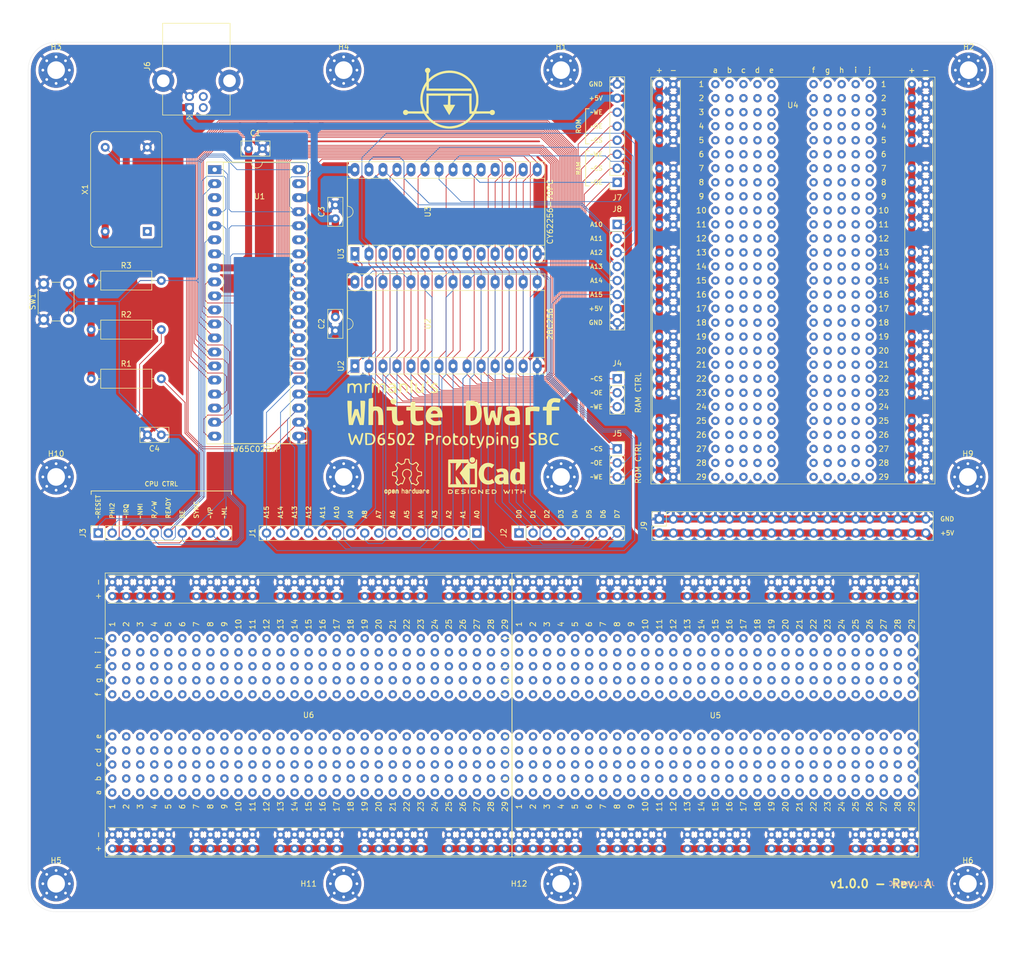
<source format=kicad_pcb>
(kicad_pcb (version 20211014) (generator pcbnew)
  (layers (0 "F.Cu" signal) (31 "B.Cu" signal) (34 "B.Paste" user) (35 "F.Paste" user) (36 "B.SilkS" user "B.Silkscreen") (37 "F.SilkS" user "F.Silkscreen") (38 "B.Mask" user) (39 "F.Mask" user) (44 "Edge.Cuts" user))
  (net 0 "")
  (net 1 "+5V")
  (net 2 "GND")
  (net 3 "~{RES}")
  (net 4 "A0")
  (net 5 "A1")
  (net 6 "A2")
  (net 7 "A3")
  (net 8 "A4")
  (net 9 "A5")
  (net 10 "A6")
  (net 11 "A7")
  (net 12 "A8")
  (net 13 "A9")
  (net 14 "A10")
  (net 15 "A11")
  (net 16 "A12")
  (net 17 "A13")
  (net 18 "A14")
  (net 19 "A15")
  (net 20 "D0")
  (net 21 "D1")
  (net 22 "D2")
  (net 23 "D3")
  (net 24 "D4")
  (net 25 "D5")
  (net 26 "D6")
  (net 27 "D7")
  (net 28 "PHI2")
  (net 29 "~{IRQ}")
  (net 30 "~{NMI}")
  (net 31 "R{slash}~{W}")
  (net 32 "RDY")
  (net 33 "BE")
  (net 34 "SYNC")
  (net 35 "~{VP}")
  (net 36 "~{ML}")
  (net 37 "~{RAMCS}")
  (net 38 "~{RAMOE}")
  (net 39 "~{RAMWE}")
  (net 40 "~{ROMCS}")
  (net 41 "~{ROMOE}")
  (net 42 "~{ROMWE}")
  (footprint "Package_DIP:DIP-40_W15.24mm_Socket_LongPads" (layer "F.Cu") (at 84.592 48.504)
    (fp_text reference "U1")
    (fp_text value "W65C02SxP")
  )
  (footprint "Resistor_THT:R_Axial_DIN0309_L9.0mm_D3.2mm_P12.70mm_Horizontal" (layer "F.Cu") (at 62.23 86.36)
    (fp_text reference "R1")
    (fp_text value "1k")
  )
  (footprint "MountingHole:MountingHole_3.2mm_M3_Pad_Via" (layer "F.Cu") (at 221.12 30.48)
    (fp_text reference "H2")
    (fp_text value "MountingHole_Pad")
  )
  (footprint "Resistor_THT:R_Axial_DIN0309_L9.0mm_D3.2mm_P12.70mm_Horizontal" (layer "F.Cu") (at 62.23 77.47)
    (fp_text reference "R2")
    (fp_text value "1k")
  )
  (footprint "Package_DIP:DIP-28_W15.24mm_Socket_LongPads" (layer "F.Cu") (at 109.982 63.744 90)
    (fp_text reference "U3")
    (fp_text value "CY62256-70PC")
  )
  (footprint "LOGO" (layer "F.Cu") (at 135.89 92.71)
    (fp_text reference "G***" hide)
    (fp_text value "LOGO" hide)
  )
  (footprint "MountingHole:MountingHole_3.2mm_M3_Pad_Via" (layer "F.Cu") (at 147.32 177.8)
    (fp_text reference "H12")
    (fp_text value "MountingHole_Pad")
  )
  (footprint "Capacitor_THT:C_Disc_D5.0mm_W2.5mm_P2.50mm" (layer "F.Cu") (at 74.93 96.52 180)
    (fp_text reference "C4")
    (fp_text value "0.1uF")
  )
  (footprint "Package_DIP:DIP-28_W15.24mm_Socket_LongPads" (layer "F.Cu") (at 109.982 84.064 90)
    (fp_text reference "U2")
    (fp_text value "28C256")
  )
  (footprint "Connector_PinSocket_2.54mm:PinSocket_1x08_P2.54mm_Vertical" (layer "F.Cu") (at 157.48 50.8 180)
    (fp_text reference "J7")
    (fp_text value "Conn_01x08_Male")
  )
  (footprint "MountingHole:MountingHole_3.2mm_M3_Pad_Via" (layer "F.Cu") (at 147.32 104.14)
    (fp_text reference "H8" hide)
    (fp_text value "MountingHole_Pad")
  )
  (footprint "Connector_USB:USB_B_Lumberg_2411_02_Horizontal" (layer "F.Cu") (at 80.03 37.2675 90)
    (fp_text reference "J6")
    (fp_text value "USB_B")
  )
  (footprint "Capacitor_THT:C_Disc_D5.0mm_W2.5mm_P2.50mm" (layer "F.Cu") (at 90.733 44.689)
    (fp_text reference "C1")
    (fp_text value "0.1uF")
  )
  (footprint "Protoboard_with_perfboard:Protoboard_Perfboard_0,5_400pt" (layer "F.Cu") (at 177.8 147.32 90)
    (fp_text reference "U5")
    (fp_text value "Protoboard_0,5_400pt")
  )
  (footprint "Connector_PinSocket_2.54mm:PinSocket_1x08_P2.54mm_Vertical" (layer "F.Cu") (at 157.48 58.42)
    (fp_text reference "J8")
    (fp_text value "Conn_01x08_Male")
  )
  (footprint "MountingHole:MountingHole_3.2mm_M3_Pad_Via" (layer "F.Cu") (at 220.98 177.8)
    (fp_text reference "H6")
    (fp_text value "MountingHole_Pad")
  )
  (footprint "MountingHole:MountingHole_3.2mm_M3_Pad_Via" (layer "F.Cu") (at 107.95 104.14)
    (fp_text reference "H7" hide)
    (fp_text value "MountingHole_Pad")
  )
  (footprint "Connector_PinSocket_2.54mm:PinSocket_1x03_P2.54mm_Vertical" (layer "F.Cu") (at 157.48 86.36)
    (fp_text reference "J4")
    (fp_text value "RAM CTRL")
  )
  (footprint "Connector_PinSocket_2.54mm:PinSocket_1x03_P2.54mm_Vertical" (layer "F.Cu") (at 157.48 99.06)
    (fp_text reference "J5")
    (fp_text value "ROM CTRL")
  )
  (footprint "Connector_PinSocket_2.54mm:PinSocket_1x08_P2.54mm_Vertical" (layer "F.Cu") (at 139.7 114.3 90)
    (fp_text reference "J2")
    (fp_text value "DATA")
  )
  (footprint "Capacitor_THT:C_Disc_D5.0mm_W2.5mm_P2.50mm" (layer "F.Cu") (at 106.441 57.389 90)
    (fp_text reference "C3")
    (fp_text value "0.1uF")
  )
  (footprint "Protoboard_with_perfboard:Protoboard_Perfboard_0,5_400pt" (layer "F.Cu") (at 189.23 71.12)
    (fp_text reference "U4")
    (fp_text value "Protoboard_0,5_400pt")
  )
  (footprint "Oscillator:Oscillator_DIP-14" (layer "F.Cu") (at 72.39 59.69 90)
    (fp_text reference "X1")
    (fp_text value "CXO_DIP14")
  )
  (footprint "Connector_PinSocket_2.54mm:PinSocket_2x20_P2.54mm_Vertical" (layer "F.Cu") (at 165.1 111.76 90)
    (fp_text reference "J9")
    (fp_text value "Conn_02x20_Odd_Even")
  )
  (footprint "MountingHole:MountingHole_3.2mm_M3_Pad_Via" (layer "F.Cu") (at 55.88 104.14)
    (fp_text reference "H10")
    (fp_text value "MountingHole_Pad")
  )
  (footprint "Connector_PinSocket_2.54mm:PinSocket_1x10_P2.54mm_Vertical" (layer "F.Cu") (at 63.5 114.3 90)
    (fp_text reference "J3")
    (fp_text value "CPU_CONTROL")
  )
  (footprint "Protoboard_with_perfboard:Protoboard_Perfboard_0,5_400pt" (layer "F.Cu") (at 104.14 147.32 90)
    (fp_text reference "U6")
    (fp_text value "Protoboard_0,5_400pt")
  )
  (footprint "Capacitor_THT:C_Disc_D5.0mm_W2.5mm_P2.50mm" (layer "F.Cu") (at 106.441 77.669 90)
    (fp_text reference "C2")
    (fp_text value "0.1uF")
  )
  (footprint "MountingHole:MountingHole_3.2mm_M3_Pad_Via" (layer "F.Cu") (at 55.88 30.48)
    (fp_text reference "H3")
    (fp_text value "MountingHole_Pad")
  )
  (footprint "LOGO" (layer "F.Cu") (at 127 35.56)
    (fp_text reference "G***" hide)
    (fp_text value "LOGO" hide)
  )
  (footprint "MountingHole:MountingHole_3.2mm_M3_Pad_Via" (layer "F.Cu") (at 147.32 30.48)
    (fp_text reference "H1")
    (fp_text value "MountingHole_Pad")
  )
  (footprint "Button_Switch_THT:SW_PUSH_6mm" (layer "F.Cu") (at 53.63 75.64 90)
    (fp_text reference "SW1")
    (fp_text value "SW_Push")
  )
  (footprint "Connector_PinSocket_2.54mm:PinSocket_1x16_P2.54mm_Vertical" (layer "F.Cu") (at 132.08 114.3 -90)
    (fp_text reference "J1")
    (fp_text value "ADDRESS")
  )
  (footprint "MountingHole:MountingHole_3.2mm_M3_Pad_Via" (layer "F.Cu") (at 107.95 30.48)
    (fp_text reference "H4")
    (fp_text value "MountingHole_Pad")
  )
  (footprint "LOGO" (layer "F.Cu") (at 133.858 103.886)
    (fp_text reference "G***" hide)
    (fp_text value "LOGO" hide)
  )
  (footprint "MountingHole:MountingHole_3.2mm_M3_Pad_Via" (layer "F.Cu") (at 55.88 177.8)
    (fp_text reference "H5")
    (fp_text value "MountingHole_Pad")
  )
  (footprint "LOGO" (layer "F.Cu") (at 119.38 104.14)
    (fp_text reference "G***" hide)
    (fp_text value "LOGO" hide)
  )
  (footprint "MountingHole:MountingHole_3.2mm_M3_Pad_Via" (layer "F.Cu") (at 107.95 177.8)
    (fp_text reference "H11")
    (fp_text value "MountingHole_Pad")
  )
  (footprint "MountingHole:MountingHole_3.2mm_M3_Pad_Via" (layer "F.Cu") (at 220.98 104.14)
    (fp_text reference "H9")
    (fp_text value "MountingHole_Pad")
  )
  (footprint "Resistor_THT:R_Axial_DIN0309_L9.0mm_D3.2mm_P12.70mm_Horizontal" (layer "F.Cu") (at 62.23 68.58)
    (fp_text reference "R3")
    (fp_text value "10k")
  )
  (gr_line (start 62.23 107.315) (end 62.23 106.68) (layer "F.SilkS") (width 0.1524))
  (gr_line (start 151.765 51.435) (end 151.765 45.085) (layer "F.SilkS") (width 0.1524))
  (gr_line (start 151.765 43.815) (end 152.4 43.815) (layer "F.SilkS") (width 0.1524))
  (gr_line (start 151.765 37.465) (end 151.765 43.815) (layer "F.SilkS") (width 0.1524))
  (gr_line (start 87.63 106.68) (end 87.63 107.315) (layer "F.SilkS") (width 0.1524))
  (gr_line (start 151.765 51.435) (end 152.4 51.435) (layer "F.SilkS") (width 0.1524))
  (gr_line (start 151.765 45.085) (end 152.4 45.085) (layer "F.SilkS") (width 0.1524))
  (gr_line (start 151.765 37.465) (end 152.4 37.465) (layer "F.SilkS") (width 0.1524))
  (gr_line (start 62.23 106.68) (end 87.63 106.68) (layer "F.SilkS") (width 0.1524))
  (gr_arc (start 220.98 25.4) (mid 224.572102 26.887898) (end 226.06 30.48) (layer "Edge.Cuts") (width 0.0381))
  (gr_line (start 226.06 30.48) (end 226.06 177.8) (layer "Edge.Cuts") (width 0.0381))
  (gr_line (start 55.88 25.4) (end 220.98 25.4) (layer "Edge.Cuts") (width 0.0381))
  (gr_arc (start 50.8 30.48) (mid 52.287898 26.887898) (end 55.88 25.4) (layer "Edge.Cuts") (width 0.0381))
  (gr_arc (start 226.06 177.8) (mid 224.572102 181.392102) (end 220.98 182.88) (layer "Edge.Cuts") (width 0.0381))
  (gr_line (start 55.88 182.88) (end 220.98 182.88) (layer "Edge.Cuts") (width 0.0381))
  (gr_line (start 50.8 177.8) (end 50.8 30.48) (layer "Edge.Cuts") (width 0.0381))
  (gr_arc (start 55.88 182.88) (mid 52.287898 181.392102) (end 50.8 177.8) (layer "Edge.Cuts") (width 0.0381))
  (gr_text "JLCJLCJLCJLC" (at 210.82 177.8) (layer "B.SilkS") (effects (font (size 0.8128 0.8128) (thickness 0.1524)) (justify mirror)))
  (gr_text "~CS" (at 154.94 86.36) (layer "F.SilkS") (effects (font (size 0.8128 0.8128) (thickness 0.1524)) (justify right)))
  (gr_text "~WE" (at 154.94 45.72) (layer "F.SilkS") (effects (font (size 0.8128 0.8128) (thickness 0.1524)) (justify right)))
  (gr_text "A2" (at 127 111.76 90) (layer "F.SilkS") (effects (font (size 0.8128 0.8128) (thickness 0.1524)) (justify left)))
  (gr_text "D3" (at 147.32 111.76 90) (layer "F.SilkS") (effects (font (size 0.8128 0.8128) (thickness 0.1524)) (justify left)))
  (gr_text "A5" (at 119.38 111.76 90) (layer "F.SilkS") (effects (font (size 0.8128 0.8128) (thickness 0.1524)) (justify left)))
  (gr_text "~OE" (at 154.94 101.6) (layer "F.SilkS") (effects (font (size 0.8128 0.8128) (thickness 0.1524)) (justify right)))
  (gr_text "R/~W" (at 73.66 111.76 90) (layer "F.SilkS") (effects (font (size 0.8128 0.8128) (thickness 0.1524)) (justify left)))
  (gr_text "D0" (at 139.7 111.76 90) (layer "F.SilkS") (effects (font (size 0.8128 0.8128) (thickness 0.1524)) (justify left)))
  (gr_text "A10" (at 154.94 58.42) (layer "F.SilkS") (effects (font (size 0.8128 0.8128) (thickness 0.1524)) (justify right)))
  (gr_text "RAM" (at 150.495 48.26 90) (layer "F.SilkS") (effects (font (size 0.8128 0.8128) (thickness 0.1524))))
  (gr_text "A13" (at 154.94 66.04) (layer "F.SilkS") (effects (font (size 0.8128 0.8128) (thickness 0.1524)) (justify right)))
  (gr_text "A15" (at 93.98 111.76 90) (layer "F.SilkS") (effects (font (size 0.8128 0.8128) (thickness 0.1524)) (justify left)))
  (gr_text "~OE" (at 154.94 40.64) (layer "F.SilkS") (effects (font (size 0.8128 0.8128) (thickness 0.1524)) (justify right)))
  (gr_text "A1" (at 129.54 111.76 90) (layer "F.SilkS") (effects (font (size 0.8128 0.8128) (thickness 0.1524)) (justify left)))
  (gr_text "~WE" (at 154.94 104.14) (layer "F.SilkS") (effects (font (size 0.8128 0.8128) (thickness 0.1524)) (justify right)))
  (gr_text "GND" (at 154.94 76.2) (layer "F.SilkS") (effects (font (size 0.8128 0.8128) (thickness 0.1524)) (justify right)))
  (gr_text "v1.0.0 - Rev. A" (at 205.232 177.8) (layer "F.SilkS") (effects (font (size 1.524 1.524) (thickness 0.3048))))
  (gr_text "D2" (at 144.78 111.76 90) (layer "F.SilkS") (effects (font (size 0.8128 0.8128) (thickness 0.1524)) (justify left)))
  (gr_text "~OE" (at 154.94 88.9) (layer "F.SilkS") (effects (font (size 0.8128 0.8128) (thickness 0.1524)) (justify right)))
  (gr_text "A10" (at 106.68 111.76 90) (layer "F.SilkS") (effects (font (size 0.8128 0.8128) (thickness 0.1524)) (justify left)))
  (gr_text "READY" (at 76.2 111.76 90) (layer "F.SilkS") (effects (font (size 0.8128 0.8128) (thickness 0.1524)) (justify left)))
  (gr_text "~RESET" (at 63.5 111.76 90) (layer "F.SilkS") (effects (font (size 0.8128 0.8128) (thickness 0.1524)) (justify left)))
  (gr_text "CPU CTRL" (at 74.93 105.41) (layer "F.SilkS") (effects (font (size 0.8128 0.8128) (thickness 0.1524))))
  (gr_text "D4" (at 149.86 111.76 90) (layer "F.SilkS") (effects (font (size 0.8128 0.8128) (thickness 0.1524)) (justify left)))
  (gr_text "ROM" (at 150.495 40.64 90) (layer "F.SilkS") (effects (font (size 0.8128 0.8128) (thickness 0.1524))))
  (gr_text "A12" (at 101.6 111.76 90) (layer "F.SilkS") (effects (font (size 0.8128 0.8128) (thickness 0.1524)) (justify left)))
  (gr_text "~WE" (at 154.94 91.44) (layer "F.SilkS") (effects (font (size 0.8128 0.8128) (thickness 0.1524)) (justify right)))
  (gr_text "A14" (at 96.52 111.76 90) (layer "F.SilkS") (effects (font (size 0.8128 0.8128) (thickness 0.1524)) (justify left)))
  (gr_text "+5V" (at 215.9 114.3) (layer "F.SilkS") (effects (font (size 0.8128 0.8128) (thickness 0.1524)) (justify left)))
  (gr_text "~CS" (at 154.94 48.26) (layer "F.SilkS") (effects (font (size 0.8128 0.8128) (thickness 0.1524)) (justify right)))
  (gr_text "D5" (at 152.4 111.76 90) (layer "F.SilkS") (effects (font (size 0.8128 0.8128) (thickness 0.1524)) (justify left)))
  (gr_text "A14" (at 154.94 68.58) (layer "F.SilkS") (effects (font (size 0.8128 0.8128) (thickness 0.1524)) (justify right)))
  (gr_text "GND" (at 154.94 33.02) (layer "F.SilkS") (effects (font (size 0.8128 0.8128) (thickness 0.1524)) (justify right)))
  (gr_text "D6" (at 154.94 111.76 90) (layer "F.SilkS") (effects (font (size 0.8128 0.8128) (thickness 0.1524)) (justify left)))
  (gr_text "~IRQ" (at 68.58 111.76 90) (layer "F.SilkS") (effects (font (size 0.8128 0.8128) (thickness 0.1524)) (justify left)))
  (gr_text "~VP" (at 83.82 111.76 90) (layer "F.SilkS") (effects (font (size 0.8128 0.8128) (thickness 0.1524)) (justify left)))
  (gr_text "+5V" (at 154.94 35.56) (layer "F.SilkS") (effects (font (size 0.8128 0.8128) (thickness 0.1524)) (justify right)))
  (gr_text "D7" (at 157.48 111.76 90) (layer "F.SilkS") (effects (font (size 0.8128 0.8128) (thickness 0.1524)) (justify left)))
  (gr_text "~WE" (at 154.94 38.1) (layer "F.SilkS") (effects (font (size 0.8128 0.8128) (thickness 0.1524)) (justify right)))
  (gr_text "~CS" (at 154.94 99.06) (layer "F.SilkS") (effects (font (size 0.8128 0.8128) (thickness 0.1524)) (justify right)))
  (gr_text "D1" (at 142.24 111.76 90) (layer "F.SilkS") (effects (font (size 0.8128 0.8128) (thickness 0.1524)) (justify left)))
  (gr_text "+5V" (at 154.94 73.66) (layer "F.SilkS") (effects (font (size 0.8128 0.8128) (thickness 0.1524)) (justify right)))
  (gr_text "A4" (at 121.92 111.76 90) (layer "F.SilkS") (effects (font (size 0.8128 0.8128) (thickness 0.1524)) (justify left)))
  (gr_text "A11" (at 104.14 111.76 90) (layer "F.SilkS") (effects (font (size 0.8128 0.8128) (thickness 0.1524)) (justify left)))
  (gr_text "A12" (at 154.94 63.5) (layer "F.SilkS") (effects (font (size 0.8128 0.8128) (thickness 0.1524)) (justify right)))
  (gr_text "A15" (at 154.94 71.12) (layer "F.SilkS") (effects (font (size 0.8128 0.8128) (thickness 0.1524)) (justify right)))
  (gr_text "SYNC" (at 81.28 111.76 90) (layer "F.SilkS") (effects (font (size 0.8128 0.8128) (thickness 0.1524)) (justify left)))
  (gr_text "~OE" (at 154.94 50.8) (layer "F.SilkS") (effects (font (size 0.8128 0.8128) (thickness 0.1524)) (justify right)))
  (gr_text "~CS" (at 154.94 43.18) (layer "F.SilkS") (effects (font (size 0.8128 0.8128) (thickness 0.1524)) (justify right)))
  (gr_text "A8" (at 111.76 111.76 90) (layer "F.SilkS") (effects (font (size 0.8128 0.8128) (thickness 0.1524)) (justify left)))
  (gr_text "A6" (at 116.84 111.76 90) (layer "F.SilkS") (effects (font (size 0.8128 0.8128) (thickness 0.1524)) (justify left)))
  (gr_text "BE" (at 78.74 111.76 90) (layer "F.SilkS") (effects (font (size 0.8128 0.8128) (thickness 0.1524)) (justify left)))
  (gr_text "GND" (at 215.9 111.76) (layer "F.SilkS") (effects (font (size 0.8128 0.8128) (thickness 0.1524)) (justify left)))
  (gr_text "~ML" (at 86.36 111.76 90) (layer "F.SilkS") (effects (font (size 0.8128 0.8128) (thickness 0.1524)) (justify left)))
  (gr_text "A0" (at 132.08 111.76 90) (layer "F.SilkS") (effects (font (size 0.8128 0.8128) (thickness 0.1524)) (justify left)))
  (gr_text "A3" (at 124.46 111.76 90) (layer "F.SilkS") (effects (font (size 0.8128 0.8128) (thickness 0.1524)) (justify left)))
  (gr_text "~NMI" (at 71.12 111.76 90) (layer "F.SilkS") (effects (font (size 0.8128 0.8128) (thickness 0.1524)) (justify left)))
  (gr_text "A9" (at 109.22 111.76 90) (layer "F.SilkS") (effects (font (size 0.8128 0.8128) (thickness 0.1524)) (justify left)))
  (gr_text "A7" (at 114.3 111.76 90) (layer "F.SilkS") (effects (font (size 0.8128 0.8128) (thickness 0.1524)) (justify left)))
  (gr_text "A13" (at 99.06 111.76 90) (layer "F.SilkS") (effects (font (size 0.8128 0.8128) (thickness 0.1524)) (justify left)))
  (gr_text "PHI2" (at 66.04 111.76 90) (layer "F.SilkS") (effects (font (size 0.8128 0.8128) (thickness 0.1524)) (justify left)))
  (gr_text "A11" (at 154.94 60.96) (layer "F.SilkS") (effects (font (size 0.8128 0.8128) (thickness 0.1524)) (justify right)))
  (segment (start 200.66 114.3) (end 203.2 114.3) (width 1.27) (layer "F.Cu") (net 1))
  (segment (start 210.82 125.73) (end 66.04 125.73) (width 1.27) (layer "F.Cu") (net 1))
  (segment (start 106.441 67.579) (end 107.686 68.824) (width 1.27) (layer "F.Cu") (net 1))
  (segment (start 64.77 66.04) (end 62.23 68.58) (width 1.27) (layer "F.Cu") (net 1))
  (segment (start 208.8642 107.7468) (end 210.82 105.791) (width 1.27) (layer "F.Cu") (net 1))
  (segment (start 208.28 114.3) (end 210.82 114.3) (width 1.27) (layer "F.Cu") (net 1))
  (segment (start 172.72 114.3) (end 175.26 114.3) (width 1.27) (layer "F.Cu") (net 1))
  (segment (start 162.56 35.56) (end 161.29 36.83) (width 1.27) (layer "F.Cu") (net 1))
  (segment (start 160.056255 73.66) (end 158.75 73.66) (width 1.27) (layer "F.Cu") (net 1))
  (segment (start 214.884 124.714) (end 213.868 125.73) (width 1.27) (layer "F.Cu") (net 1))
  (segment (start 106.441 57.389) (end 106.441 67.579) (width 1.27) (layer "F.Cu") (net 1))
  (segment (start 213.868 125.73) (end 210.82 125.73) (width 1.27) (layer "F.Cu") (net 1))
  (segment (start 177.8 114.3) (end 180.34 114.3) (width 1.27) (layer "F.Cu") (net 1))
  (segment (start 158.75 73.66) (end 157.48 73.66) (width 1.27) (layer "F.Cu") (net 1))
  (segment (start 161.29 72.426255) (end 161.29 36.83) (width 1.27) (layer "F.Cu") (net 1))
  (segment (start 80.03 37.2675) (end 71.9525 37.2675) (width 1.27) (layer "F.Cu") (net 1))
  (segment (start 68.58 48.67) (end 64.77 52.48) (width 1.27) (layer "F.Cu") (net 1))
  (segment (start 161.29 74.93) (end 161.29 113.03) (width 1.27) (layer "F.Cu") (net 1))
  (segment (start 214.884 126.746) (end 213.868 125.73) (width 1.27) (layer "F.Cu") (net 1))
  (segment (start 167.64 114.3) (end 170.18 114.3) (width 1.27) (layer "F.Cu") (net 1))
  (segment (start 214.884 115.824) (end 214.884 123.6472) (width 1.27) (layer "F.Cu") (net 1))
  (segment (start 165.1 114.3) (end 167.64 114.3) (width 1.27) (layer "F.Cu") (net 1))
  (segment (start 213.36 114.3) (end 214.884 115.824) (width 1.27) (layer "F.Cu") (net 1))
  (segment (start 165.1 104.14) (end 165.1 33.02) (width 1.27) (layer "F.Cu") (net 1))
  (segment (start 88.656 66.284) (end 90.733 64.207) (width 1.27) (layer "F.Cu") (net 1))
  (segment (start 165.1 33.02) (end 165.1 34.3662) (width 1.27) (layer "F.Cu") (net 1))
  (segment (start 165.1 114.3) (end 170.18 114.3) (width 1.27) (layer "F.Cu") (net 1))
  (segment (start 165.1 104.14) (end 168.7068 107.7468) (width 1.27) (layer "F.Cu") (net 1))
  (segment (start 212.8774 171.45) (end 214.884 169.4434) (width 1.27) (layer "F.Cu") (net 1))
  (segment (start 160.02 35.56) (end 157.48 35.56) (width 1.27) (layer "F.Cu") (net 1))
  (segment (start 165.1 35.56) (end 162.56 35.56) (width 1.27) (layer "F.Cu") (net 1))
  (segment (start 107.686 68.824) (end 109.982 68.824) (width 1.27) (layer "F.Cu") (net 1))
  (segment (start 162.56 114.3) (end 165.1 114.3) (width 1.27) (layer "F.Cu") (net 1))
  (segment (start 175.26 114.3) (end 177.8 114.3) (width 1.27) (layer "F.Cu") (net 1))
  (segment (start 210.82 104.14) (end 210.82 33.02) (width 1.27) (layer "F.Cu") (net 1))
  (segment (start 203.2 114.3) (end 205.74 114.3) (width 1.27) (layer "F.Cu") (net 1))
  (segment (start 161.29 74.93) (end 160.02 73.66) (width 1.27) (layer "F.Cu") (net 1))
  (segment (start 71.9525 37.2675) (end 68.58 40.64) (width 1.27) (layer "F.Cu") (net 1))
  (segment (start 106.441 75.169) (end 106.441 70.089) (width 1.27) (layer "F.Cu") (net 1))
  (segment (start 214.884 127.2032) (end 214.884 123.6472) (width 1.27) (layer "F.Cu") (net 1))
  (segment (start 160.02 73.66) (end 158.75 73.66) (width 1.27) (layer "F.Cu") (net 1))
  (segment (start 198.12 114.3) (end 200.66 114.3) (width 1.27) (layer "F.Cu") (net 1))
  (segment (start 182.88 114.3) (end 185.42 114.3) (width 1.27) (layer "F.Cu") (net 1))
  (segment (start 210.82 171.45) (end 212.8774 171.45) (width 1.27) (layer "F.Cu") (net 1))
  (segment (start 64.77 52.48) (end 64.77 59.69) (width 1.27) (layer "F.Cu") (net 1))
  (segment (start 214.884 123.6472) (end 214.884 124.714) (width 1.27) (layer "F.Cu") (net 1))
  (segment (start 163.9062 35.56) (end 165.1 35.56) (width 1.27) (layer "F.Cu") (net 1))
  (segment (start 64.77 59.69) (end 64.77 66.04) (width 1.27) (layer "F.Cu") (net 1))
  (segment (start 161.29 36.83) (end 160.02 35.56) (width 1.27) (layer "F.Cu") (net 1))
  (segment (start 165.1 38.1) (end 165.1 36.7538) (width 1.27) (layer "F.Cu") (net 1))
  (segment (start 193.04 114.3) (end 195.58 114.3) (width 1.27) (layer "F.Cu") (net 1))
  (segment (start 205.74 114.3) (end 208.28 114.3) (width 1.27) (layer "F.Cu") (net 1))
  (segment (start 157.48 35.56) (end 163.9062 35.56) (width 1.27) (layer "F.Cu") (net 1))
  (segment (start 161.29 74.93) (end 161.29 72.426255) (width 1.27) (layer "F.Cu") (net 1))
  (segment (start 168.7068 107.7468) (end 208.8642 107.7468) (width 1.27) (layer "F.Cu") (net 1))
  (segment (start 214.884 127.2032) (end 214.884 126.746) (width 1.27) (layer "F.Cu") (net 1))
  (segment (start 161.29 113.03) (end 162.56 114.3) (width 1.27) (layer "F.Cu") (net 1))
  (segment (start 84.592 66.284) (end 88.656 66.284) (width 1.27) (layer "F.Cu") (net 1))
  (segment (start 180.34 114.3) (end 182.88 114.3) (width 1.27) (layer "F.Cu") (net 1))
  (segment (start 165.1 36.7538) (end 163.9062 35.56) (width 1.27) (layer "F.Cu") (net 1))
  (segment (start 210.82 105.791) (end 210.82 104.14) (width 1.27) (layer "F.Cu") (net 1))
  (segment (start 161.29 72.426255) (end 160.056255 73.66) (width 1.27) (layer "F.Cu") (net 1))
  (segment (start 62.23 68.58) (end 62.23 77.47) (width 1.27) (layer "F.Cu") (net 1))
  (segment (start 68.58 40.64) (end 68.58 48.67) (width 1.27) (layer "F.Cu") (net 1))
  (segment (start 195.58 114.3) (end 198.12 114.3) (width 1.27) (layer "F.Cu") (net 1))
  (segment (start 214.884 169.4434) (end 214.884 127.2032) (width 1.27) (layer "F.Cu") (net 1))
  (segment (start 190.5 114.3) (end 193.04 114.3) (width 1.27) (layer "F.Cu") (net 1))
  (segment (start 210.82 171.45) (end 66.04 171.45) (width 1.27) (layer "F.Cu") (net 1))
  (segment (start 106.441 75.169) (end 106.441 57.389) (width 1.27) (layer "F.Cu") (net 1))
  (segment (start 106.441 70.089) (end 107.706 68.824) (width 1.27) (layer "F.Cu") (net 1))
  (segment (start 107.706 68.824) (end 109.982 68.824) (width 1.27) (layer "F.Cu") (net 1))
  (segment (start 62.23 77.47) (end 62.23 86.36) (width 1.27) (layer "F.Cu") (net 1))
  (segment (start 187.96 114.3) (end 190.5 114.3) (width 1.27) (layer "F.Cu") (net 1))
  (segment (start 213.36 114.3) (end 210.82 114.3) (width 1.27) (layer "F.Cu") (net 1))
  (segment (start 170.18 114.3) (end 172.72 114.3) (width 1.27) (layer "F.Cu") (net 1))
  (segment (start 165.1 34.3662) (end 163.9062 35.56) (width 1.27) (layer "F.Cu") (net 1))
  (segment (start 185.42 114.3) (end 187.96 114.3) (width 1.27) (layer "F.Cu") (net 1))
  (segment (start 90.733 64.207) (end 90.733 44.689) (width 1.27) (layer "F.Cu") (net 1))
  (segment (start 101.6 40.64) (end 99.06 40.64) (width 1.27) (layer "B.Cu") (net 1))
  (segment (start 80.03 39.39) (end 80.03 37.2675) (width 1.27) (layer "B.Cu") (net 1))
  (segment (start 89.154 40.64) (end 81.28 40.64) (width 1.27) (layer "B.Cu") (net 1))
  (segment (start 81.28 40.64) (end 80.03 39.39) (width 1.27) (layer "B.Cu") (net 1))
  (segment (start 103.876 48.504) (end 102.616 47.244) (width 1.27) (layer "B.Cu") (net 1))
  (segment (start 102.616 55.88) (end 104.125 57.389) (width 1.27) (layer "B.Cu") (net 1))
  (segment (start 103.896 48.504) (end 102.87 49.53) (width 1.27) (layer "B.Cu") (net 1))
  (segment (start 102.616 49.53) (end 102.616 47.244) (width 1.27) (layer "B.Cu") (net 1))
  (segment (start 104.14 40.64) (end 149.86 40.64) (width 1.27) (layer "B.Cu") (net 1))
  (segment (start 90.733 42.219) (end 90.733 44.689) (width 1.27) (layer "B.Cu") (net 1))
  (segment (start 99.832 53.584) (end 101.59 53.584) (width 1.27) (layer "B.Cu") (net 1))
  (segment (start 99.06 40.64) (end 93.98 40.64) (width 1.27) (layer "B.Cu") (net 1))
  (segment (start 104.125 57.389) (end 106.441 57.389) (width 1.27) (layer "B.Cu") (net 1))
  (segment (start 102.616 52.324) (end 102.616 49.53) (width 1.27) (layer "B.Cu") (net 1))
  (segment (start 101.59 53.584) (end 102.362 54.356) (width 1.27) (layer "B.Cu") (net 1))
  (segment (start 102.616 41.656) (end 101.6 40.64) (width 1.27) (layer "B.Cu") (net 1))
  (segment (start 90.733 42.219) (end 89.154 40.64) (width 1.27) (layer "B.Cu") (net 1))
  (segment (start 92.312 40.64) (end 90.733 42.219) (width 1.27) (layer "B.Cu") (net 1))
  (segment (start 149.86 40.64) (end 154.94 35.56) (width 1.27) (layer "B.Cu") (net 1))
  (segment (start 154.94 35.56) (end 157.48 35.56) (width 1.27) (layer "B.Cu") (net 1))
  (segment (start 99.06 40.64) (end 104.14 40.64) (width 1.27) (layer "B.Cu") (net 1))
  (segment (start 102.87 49.53) (end 102.616 49.53) (width 1.27) (layer "B.Cu") (net 1))
  (segment (start 109.982 48.504) (end 103.896 48.504) (width 1.27) (layer "B.Cu") (net 1))
  (segment (start 99.832 53.584) (end 101.356 53.584) (width 1.27) (layer "B.Cu") (net 1))
  (segment (start 93.98 40.64) (end 92.312 40.64) (width 1.27) (layer "B.Cu") (net 1))
  (segment (start 102.616 52.324) (end 102.616 54.356) (width 1.27) (layer "B.Cu") (net 1))
  (segment (start 90.733 44.689) (end 90.733 43.091) (width 1.27) (layer "B.Cu") (net 1))
  (segment (start 102.616 47.244) (end 102.616 41.656) (width 1.27) (layer "B.Cu") (net 1))
  (segment (start 102.362 54.356) (end 102.616 54.356) (width 1.27) (layer "B.Cu") (net 1))
  (segment (start 93.98 40.64) (end 89.154 40.64) (width 1.27) (layer "B.Cu") (net 1))
  (segment (start 101.356 53.584) (end 102.616 52.324) (width 1.27) (layer "B.Cu") (net 1))
  (segment (start 102.616 41.656) (end 103.632 40.64) (width 1.27) (layer "B.Cu") (net 1))
  (segment (start 103.632 40.64) (end 104.14 40.64) (width 1.27) (layer "B.Cu") (net 1))
  (segment (start 109.982 48.504) (end 103.876 48.504) (width 1.27) (layer "B.Cu") (net 1))
  (segment (start 102.616 54.356) (end 102.616 55.88) (width 1.27) (layer "B.Cu") (net 1))
  (segment (start 213.36 111.76) (end 210.82 111.76) (width 1.27) (layer "F.Cu") (net 2))
  (segment (start 187.96 111.76) (end 185.42 111.76) (width 1.27) (layer "F.Cu") (net 2))
  (segment (start 99.832 96.764) (end 103.896 96.764) (width 1.27) (layer "F.Cu") (net 2))
  (segment (start 203.2 111.76) (end 200.66 111.76) (width 1.27) (layer "F.Cu") (net 2))
  (segment (start 180.34 111.76) (end 177.8 111.76) (width 1.27) (layer "F.Cu") (net 2))
  (segment (start 205.74 111.76) (end 203.2 111.76) (width 1.27) (layer "F.Cu") (net 2))
  (segment (start 195.58 111.76) (end 193.04 111.76) (width 1.27) (layer "F.Cu") (net 2))
  (segment (start 182.88 111.76) (end 180.34 111.76) (width 1.27) (layer "F.Cu") (net 2))
  (segment (start 106.441 94.219) (end 106.441 77.669) (width 1.27) (layer "F.Cu") (net 2))
  (segment (start 210.82 111.76) (end 208.28 111.76) (width 1.27) (layer "F.Cu") (net 2))
  (segment (start 167.64 111.76) (end 170.18 111.76) (width 1.27) (layer "F.Cu") (net 2))
  (segment (start 165.1 111.76) (end 167.64 111.76) (width 1.27) (layer "F.Cu") (net 2))
  (segment (start 185.42 111.76) (end 182.88 111.76) (width 1.27) (layer "F.Cu") (net 2))
  (segment (start 177.8 111.76) (end 175.26 111.76) (width 1.27) (layer "F.Cu") (net 2))
  (segment (start 198.12 111.76) (end 195.58 111.76) (width 1.27) (layer "F.Cu") (net 2))
  (segment (start 208.28 111.76) (end 205.74 111.76) (width 1.27) (layer "F.Cu") (net 2))
  (segment (start 172.72 111.76) (end 170.18 111.76) (width 1.27) (layer "F.Cu") (net 2))
  (segment (start 103.896 96.764) (end 106.441 94.219) (width 1.27) (layer "F.Cu") (net 2))
  (segment (start 200.66 111.76) (end 198.12 111.76) (width 1.27) (layer "F.Cu") (net 2))
  (segment (start 193.04 111.76) (end 190.5 111.76) (width 1.27) (layer "F.Cu") (net 2))
  (segment (start 175.26 111.76) (end 172.72 111.76) (width 1.27) (layer "F.Cu") (net 2))
  (segment (start 190.5 111.76) (end 187.96 111.76) (width 1.27) (layer "F.Cu") (net 2))
  (segment (start 107.442 77.724) (end 106.496 77.724) (width 1.27) (layer "B.Cu") (net 2))
  (segment (start 106.441 54.889) (end 107.721 54.889) (width 1.27) (layer "B.Cu") (net 2))
  (segment (start 109.22 75.946) (end 107.442 77.724) (width 1.27) (layer "B.Cu") (net 2))
  (segment (start 106.68 61.214) (end 106.68 70.612) (width 1.27) (layer "B.Cu") (net 2))
  (segment (start 107.721 54.889) (end 108.458 55.626) (width 1.27) (layer "B.Cu") (net 2))
  (segment (start 106.496 77.724) (end 106.441 77.669) (width 1.27) (layer "B.Cu") (net 2))
  (segment (start 108.458 55.626) (end 108.458 59.436) (width 1.27) (layer "B.Cu") (net 2))
  (segment (start 109.22 73.152) (end 109.22 75.946) (width 1.27) (layer "B.Cu") (net 2))
  (segment (start 106.68 70.612) (end 109.22 73.152) (width 1.27) (layer "B.Cu") (net 2))
  (segment (start 108.458 59.436) (end 106.68 61.214) (width 1.27) (layer "B.Cu") (net 2))
  (segment (start 74.93 68.58) (end 71.12 68.58) (width 0.127) (layer "F.Cu") (net 3))
  (segment (start 81.696 107.237048) (end 77.242048 111.691) (width 0.127) (layer "B.Cu") (net 3))
  (segment (start 58.13 69.14) (end 58.13 70.83) (width 0.15) (layer "B.Cu") (net 3))
  (segment (start 71.12 68.58) (end 74.93 68.58) (width 0.15) (layer "B.Cu") (net 3))
  (segment (start 86.220738 45.951) (end 82.943262 45.951) (width 0.127) (layer "B.Cu") (net 3))
  (segment (start 74.93 96.52) (end 78.2905 96.52) (width 0.15) (layer "B.Cu") (net 3))
  (segment (start 77.242048 111.691) (end 64.839 111.691) (width 0.127) (layer "B.Cu") (net 3))
  (segment (start 74.93 96.52) (end 67.31 88.9) (width 0.15) (layer "B.Cu") (net 3))
  (segment (start 67.31 72.39) (end 71.12 68.58) (width 0.15) (layer "B.Cu") (net 3))
  (segment (start 67.31 88.9) (end 67.31 72.39) (width 0.15) (layer "B.Cu") (net 3))
  (segment (start 81.696 68.996) (end 81.696 107.237048) (width 0.127) (layer "B.Cu") (net 3))
  (segment (start 78.2905 96.52) (end 81.6845 99.914) (width 0.15) (layer "B.Cu") (net 3))
  (segment (start 74.93 68.58) (end 81.28 68.58) (width 0.127) (layer "B.Cu") (net 3))
  (segment (start 87.468 47.336) (end 87.468 47.198262) (width 0.127) (layer "B.Cu") (net 3))
  (segment (start 81.28 68.58) (end 81.696 68.996) (width 0.127) (layer "B.Cu") (net 3))
  (segment (start 63.5 113.03) (end 64.839 111.691) (width 0.127) (layer "B.Cu") (net 3))
  (segment (start 81.696 47.198262) (end 81.696 68.164) (width 0.127) (layer "B.Cu") (net 3))
  (segment (start 63.5 114.3) (end 63.5 113.03) (width 0.127) (layer "B.Cu") (net 3))
  (segment (start 59.69 72.39) (end 67.31 72.39) (width 0.15) (layer "B.Cu") (net 3))
  (segment (start 81.696 68.164) (end 81.696 68.996) (width 0.127) (layer "B.Cu") (net 3))
  (segment (start 87.468 47.198262) (end 86.220738 45.951) (width 0.127) (layer "B.Cu") (net 3))
  (segment (start 81.28 68.58) (end 81.696 68.164) (width 0.127) (layer "B.Cu") (net 3))
  (segment (start 58.13 73.95) (end 59.69 72.39) (width 0.15) (layer "B.Cu") (net 3))
  (segment (start 58.13 70.83) (end 59.69 72.39) (width 0.15) (layer "B.Cu") (net 3))
  (segment (start 99.832 48.504) (end 88.636 48.504) (width 0.127) (layer "B.Cu") (net 3))
  (segment (start 88.636 48.504) (end 87.468 47.336) (width 0.127) (layer "B.Cu") (net 3))
  (segment (start 82.943262 45.951) (end 81.696 47.198262) (width 0.127) (layer "B.Cu") (net 3))
  (segment (start 58.13 75.64) (end 58.13 73.95) (width 0.15) (layer "B.Cu") (net 3))
  (segment (start 96.397 80.947) (end 98.25 82.8) (width 0.127) (layer "F.Cu") (net 4))
  (segment (start 102.108 83.566) (end 102.108 84.582) (width 0.127) (layer "F.Cu") (net 4))
  (segment (start 82.85 69.296) (end 83.322 68.824) (width 0.127) (layer "F.Cu") (net 4))
  (segment (start 134.947262 86.795) (end 144.885211 86.795) (width 0.127) (layer "F.Cu") (net 4))
  (segment (start 98.044 85.344) (end 95.25 82.55) (width 0.127) (layer "F.Cu") (net 4))
  (segment (start 132.842 84.689738) (end 134.947262 86.795) (width 0.127) (layer "F.Cu") (net 4))
  (segment (start 101.342 82.8) (end 102.108 83.566) (width 0.127) (layer "F.Cu") (net 4))
  (segment (start 146.260999 85.419213) (end 146.261 47.138789) (width 0.127) (layer "F.Cu") (net 4))
  (segment (start 94.996 72.644) (end 83.312 72.644) (width 0.127) (layer "F.Cu") (net 4))
  (segment (start 132.842 84.064) (end 132.842 84.689738) (width 0.127) (layer "F.Cu") (net 4))
  (segment (start 146.261 47.138789) (end 143.777214 44.655001) (width 0.127) (layer "F.Cu") (net 4))
  (segment (start 98.25 82.8) (end 101.342 82.8) (width 0.127) (layer "F.Cu") (net 4))
  (segment (start 95.25 72.898) (end 94.996 72.644) (width 0.127) (layer "F.Cu") (net 4))
  (segment (start 98.155578 44.655) (end 96.397 46.413578) (width 0.127) (layer "F.Cu") (net 4))
  (segment (start 95.25 82.55) (end 95.25 72.898) (width 0.127) (layer "F.Cu") (net 4))
  (segment (start 82.85 72.182) (end 82.85 69.296) (width 0.127) (layer "F.Cu") (net 4))
  (segment (start 96.397 46.413578) (end 96.397 80.947) (width 0.127) (layer "F.Cu") (net 4))
  (segment (start 83.312 72.644) (end 82.85 72.182) (width 0.127) (layer "F.Cu") (net 4))
  (segment (start 102.108 84.582) (end 101.346 85.344) (width 0.127) (layer "F.Cu") (net 4))
  (segment (start 134.127 81.265) (end 132.842 82.55) (width 0.127) (layer "F.Cu") (net 4))
  (segment (start 83.322 68.824) (end 84.592 68.824) (width 0.127) (layer "F.Cu") (net 4))
  (segment (start 143.777214 44.655001) (end 98.155578 44.655) (width 0.127) (layer "F.Cu") (net 4))
  (segment (start 132.842 82.55) (end 132.842 84.064) (width 0.127) (layer "F.Cu") (net 4))
  (segment (start 101.346 85.344) (end 98.044 85.344) (width 0.127) (layer "F.Cu") (net 4))
  (segment (start 132.842 63.744) (end 132.842 65.629) (width 0.127) (layer "F.Cu") (net 4))
  (segment (start 144.885211 86.795) (end 146.260999 85.419213) (width 0.127) (layer "F.Cu") (net 4))
  (segment (start 132.842 65.629) (end 134.127 66.914) (width 0.127) (layer "F.Cu") (net 4))
  (segment (start 134.127 66.914) (end 134.127 81.265) (width 0.127) (layer "F.Cu") (net 4))
  (segment (start 132.842 84.064) (end 132.842 113.538) (width 0.127) (layer "B.Cu") (net 4))
  (segment (start 132.842 113.538) (end 132.08 114.3) (width 0.127) (layer "B.Cu") (net 4))
  (segment (start 131.587 81.265) (end 130.302 82.55) (width 0.127) (layer "F.Cu") (net 5))
  (segment (start 130.302 85.568) (end 132.083 87.349) (width 0.127) (layer "F.Cu") (net 5))
  (segment (start 130.302 65.629) (end 131.587 66.914) (width 0.127) (layer "F.Cu") (net 5))
  (segment (start 131.587 66.914) (end 131.587 81.265) (width 0.127) (layer "F.Cu") (net 5))
  (segment (start 95.843 46.184102) (end 95.843 69.638) (width 0.127) (layer "F.Cu") (net 5))
  (segment (start 94.117 71.364) (end 84.592 71.364) (width 0.127) (layer "F.Cu") (net 5))
  (segment (start 97.926103 44.101) (end 95.843 46.184102) (width 0.127) (layer "F.Cu") (net 5))
  (segment (start 146.815 85.720144) (end 146.815 46.909314) (width 0.127) (layer "F.Cu") (net 5))
  (segment (start 95.843 69.638) (end 94.117 71.364) (width 0.127) (layer "F.Cu") (net 5))
  (segment (start 132.083 87.349) (end 145.186144 87.349) (width 0.127) (layer "F.Cu") (net 5))
  (segment (start 130.302 63.744) (end 130.302 65.629) (width 0.127) (layer "F.Cu") (net 5))
  (segment (start 130.302 82.55) (end 130.302 84.064) (width 0.127) (layer "F.Cu") (net 5))
  (segment (start 144.006688 44.101) (end 97.926103 44.101) (width 0.127) (layer "F.Cu") (net 5))
  (segment (start 146.815 46.909314) (end 144.006688 44.101) (width 0.127) (layer "F.Cu") (net 5))
  (segment (start 130.302 84.064) (end 130.302 85.568) (width 0.127) (layer "F.Cu") (net 5))
  (segment (start 145.186144 87.349) (end 146.815 85.720144) (width 0.127) (layer "F.Cu") (net 5))
  (segment (start 130.302 85.598) (end 130.302 84.064) (width 0.15) (layer "B.Cu") (net 5))
  (segment (start 129.54 114.3) (end 129.54 86.36) (width 0.15) (layer "B.Cu") (net 5))
  (segment (start 129.54 86.36) (end 130.302 85.598) (width 0.15) (layer "B.Cu") (net 5))
  (segment (start 83.302 73.904) (end 84.592 73.904) (width 0.127) (layer "F.Cu") (net 6))
  (segment (start 147.092 85.834881) (end 147.092 46.126118) (width 0.127) (layer "F.Cu") (net 6))
  (segment (start 82.573 46.777428) (end 82.573 73.175) (width 0.127) (layer "F.Cu") (net 6))
  (segment (start 127.762 82.55) (end 127.762 84.064) (width 0.127) (layer "F.Cu") (net 6))
  (segment (start 147.092 46.126118) (end 143.622882 42.657) (width 0.127) (layer "F.Cu") (net 6))
  (segment (start 86.693428 42.657) (end 82.573 46.777428) (width 0.127) (layer "F.Cu") (net 6))
  (segment (start 127.762 84.064) (end 127.762 85.568) (width 0.127) (layer "F.Cu") (net 6))
  (segment (start 129.047 81.265) (end 127.762 82.55) (width 0.127) (layer "F.Cu") (net 6))
  (segment (start 129.047 66.914) (end 129.047 81.265) (width 0.127) (layer "F.Cu") (net 6))
  (segment (start 145.296881 87.63) (end 147.092 85.834881) (width 0.127) (layer "F.Cu") (net 6))
  (segment (start 143.622882 42.657) (end 86.693428 42.657) (width 0.127) (layer "F.Cu") (net 6))
  (segment (start 82.573 73.175) (end 83.302 73.904) (width 0.127) (layer "F.Cu") (net 6))
  (segment (start 127.762 85.568) (end 129.824 87.63) (width 0.127) (layer "F.Cu") (net 6))
  (segment (start 129.824 87.63) (end 145.296881 87.63) (width 0.127) (layer "F.Cu") (net 6))
  (segment (start 127.762 65.629) (end 129.047 66.914) (width 0.127) (layer "F.Cu") (net 6))
  (segment (start 127.762 63.744) (end 127.762 65.629) (width 0.127) (layer "F.Cu") (net 6))
  (segment (start 127.762 84.064) (end 127.762 113.538) (width 0.127) (layer "B.Cu") (net 6))
  (segment (start 127.762 113.538) (end 127 114.3) (width 0.127) (layer "B.Cu") (net 6))
  (segment (start 147.646 45.896642) (end 143.852358 42.103) (width 0.127) (layer "F.Cu") (net 7))
  (segment (start 147.646 86.064355) (end 147.646 45.896642) (width 0.127) (layer "F.Cu") (net 7))
  (segment (start 125.222 85.568) (end 127.838 88.184) (width 0.127) (layer "F.Cu") (net 7))
  (segment (start 125.222 63.744) (end 125.222 65.629) (width 0.127) (layer "F.Cu") (net 7))
  (segment (start 126.507 81.265) (end 125.222 82.55) (width 0.127) (layer "F.Cu") (net 7))
  (segment (start 127.838 88.184) (end 145.526357 88.184) (width 0.127) (layer "F.Cu") (net 7))
  (segment (start 125.222 84.064) (end 125.222 85.568) (width 0.127) (layer "F.Cu") (net 7))
  (segment (start 86.463952 42.103) (end 81.995 46.571952) (width 0.127) (layer "F.Cu") (net 7))
  (segment (start 145.526357 88.184) (end 147.646 86.064355) (width 0.127) (layer "F.Cu") (net 7))
  (segment (start 126.507 66.914) (end 126.507 81.265) (width 0.127) (layer "F.Cu") (net 7))
  (segment (start 125.222 65.629) (end 126.507 66.914) (width 0.127) (layer "F.Cu") (net 7))
  (segment (start 81.995 75.107) (end 83.332 76.444) (width 0.127) (layer "F.Cu") (net 7))
  (segment (start 83.332 76.444) (end 84.592 76.444) (width 0.127) (layer "F.Cu") (net 7))
  (segment (start 143.852358 42.103) (end 86.463952 42.103) (width 0.127) (layer "F.Cu") (net 7))
  (segment (start 125.222 63.744) (end 125.622 63.744) (width 0.127) (layer "F.Cu") (net 7))
  (segment (start 81.995 46.571952) (end 81.995 75.107) (width 0.127) (layer "F.Cu") (net 7))
  (segment (start 125.222 82.55) (end 125.222 84.064) (width 0.127) (layer "F.Cu") (net 7))
  (segment (start 125.222 84.064) (end 125.222 113.538) (width 0.127) (layer "B.Cu") (net 7))
  (segment (start 125.222 113.538) (end 124.46 114.3) (width 0.127) (layer "B.Cu") (net 7))
  (segment (start 122.682 82.55) (end 122.682 84.064) (width 0.127) (layer "F.Cu") (net 8))
  (segment (start 145.641095 88.460999) (end 147.923 86.179096) (width 0.127) (layer "F.Cu") (net 8))
  (segment (start 86.349214 41.826) (end 81.718 46.457214) (width 0.127) (layer "F.Cu") (net 8))
  (segment (start 81.718 46.457214) (end 81.718 76.11) (width 0.127) (layer "F.Cu") (net 8))
  (segment (start 143.967096 41.826) (end 86.349214 41.826) (width 0.127) (layer "F.Cu") (net 8))
  (segment (start 125.574999 88.460999) (end 145.641095 88.460999) (width 0.127) (layer "F.Cu") (net 8))
  (segment (start 147.923 86.179096) (end 147.923 45.781904) (width 0.127) (layer "F.Cu") (net 8))
  (segment (start 147.923 45.781904) (end 143.967096 41.826) (width 0.127) (layer "F.Cu") (net 8))
  (segment (start 122.682 63.744) (end 122.682 65.629) (width 0.127) (layer "F.Cu") (net 8))
  (segment (start 81.718 76.11) (end 84.592 78.984) (width 0.127) (layer "F.Cu") (net 8))
  (segment (start 122.682 65.629) (end 123.967 66.914) (width 0.127) (layer "F.Cu") (net 8))
  (segment (start 122.682 84.064) (end 122.682 85.568) (width 0.127) (layer "F.Cu") (net 8))
  (segment (start 123.967 81.265) (end 122.682 82.55) (width 0.127) (layer "F.Cu") (net 8))
  (segment (start 122.682 85.568) (end 125.574999 88.460999) (width 0.127) (layer "F.Cu") (net 8))
  (segment (start 123.967 66.914) (end 123.967 81.265) (width 0.127) (layer "F.Cu") (net 8))
  (segment (start 122.682 113.538) (end 121.92 114.3) (width 0.127) (layer "B.Cu") (net 8))
  (segment (start 122.682 84.064) (end 122.682 113.538) (width 0.127) (layer "B.Cu") (net 8))
  (segment (start 148.477 86.40857) (end 148.477 45.552428) (width 0.127) (layer "F.Cu") (net 9))
  (segment (start 120.142 84.064) (end 120.142 85.568) (width 0.127) (layer "F.Cu") (net 9))
  (segment (start 144.196572 41.272) (end 86.119738 41.272) (width 0.127) (layer "F.Cu") (net 9))
  (segment (start 120.142 85.568) (end 123.588999 89.014999) (width 0.127) (layer "F.Cu") (net 9))
  (segment (start 121.427 66.914) (end 121.427 81.265) (width 0.127) (layer "F.Cu") (net 9))
  (segment (start 81.164 46.227738) (end 81.164 79.229) (width 0.127) (layer "F.Cu") (net 9))
  (segment (start 120.142 63.744) (end 120.142 65.629) (width 0.127) (layer "F.Cu") (net 9))
  (segment (start 83.459 81.524) (end 84.592 81.524) (width 0.127) (layer "F.Cu") (net 9))
  (segment (start 148.477 45.552428) (end 144.196572 41.272) (width 0.127) (layer "F.Cu") (net 9))
  (segment (start 145.870569 89.014999) (end 148.477 86.40857) (width 0.127) (layer "F.Cu") (net 9))
  (segment (start 120.142 65.629) (end 121.427 66.914) (width 0.127) (layer "F.Cu") (net 9))
  (segment (start 81.164 79.229) (end 83.459 81.524) (width 0.127) (layer "F.Cu") (net 9))
  (segment (start 121.427 81.265) (end 120.142 82.55) (width 0.127) (layer "F.Cu") (net 9))
  (segment (start 86.119738 41.272) (end 81.164 46.227738) (width 0.127) (layer "F.Cu") (net 9))
  (segment (start 123.588999 89.014999) (end 145.870569 89.014999) (width 0.127) (layer "F.Cu") (net 9))
  (segment (start 120.142 82.55) (end 120.142 84.064) (width 0.127) (layer "F.Cu") (net 9))
  (segment (start 120.142 84.064) (end 120.142 113.538) (width 0.127) (layer "B.Cu") (net 9))
  (segment (start 120.142 113.538) (end 119.38 114.3) (width 0.127) (layer "B.Cu") (net 9))
  (segment (start 121.602999 89.568999) (end 146.100049 89.568999) (width 0.127) (layer "F.Cu") (net 10))
  (segment (start 117.602 63.744) (end 117.602 65.629) (width 0.127) (layer "F.Cu") (net 10))
  (segment (start 83.332 84.064) (end 84.592 84.064) (width 0.127) (layer "F.Cu") (net 10))
  (segment (start 117.602 82.55) (end 117.602 84.064) (width 0.127) (layer "F.Cu") (net 10))
  (segment (start 117.602 84.064) (end 117.602 85.568) (width 0.127) (layer "F.Cu") (net 10))
  (segment (start 117.602 85.568) (end 121.602999 89.568999) (width 0.127) (layer "F.Cu") (net 10))
  (segment (start 85.816952 40.718) (end 80.61 45.924952) (width 0.127) (layer "F.Cu") (net 10))
  (segment (start 149.031 86.638048) (end 149.031 45.322952) (width 0.127) (layer "F.Cu") (net 10))
  (segment (start 80.61 45.924952) (end 80.61 81.342) (width 0.127) (layer "F.Cu") (net 10))
  (segment (start 149.031 45.322952) (end 144.426048 40.718) (width 0.127) (layer "F.Cu") (net 10))
  (segment (start 144.426048 40.718) (end 85.816952 40.718) (width 0.127) (layer "F.Cu") (net 10))
  (segment (start 118.887 66.914) (end 118.887 81.265) (width 0.127) (layer "F.Cu") (net 10))
  (segment (start 146.100049 89.568999) (end 149.031 86.638048) (width 0.127) (layer "F.Cu") (net 10))
  (segment (start 80.61 81.342) (end 83.332 84.064) (width 0.127) (layer "F.Cu") (net 10))
  (segment (start 117.602 65.629) (end 118.887 66.914) (width 0.127) (layer "F.Cu") (net 10))
  (segment (start 118.887 81.265) (end 117.602 82.55) (width 0.127) (layer "F.Cu") (net 10))
  (segment (start 117.602 113.538) (end 116.84 114.3) (width 0.127) (layer "B.Cu") (net 10))
  (segment (start 117.602 84.064) (end 117.602 113.538) (width 0.127) (layer "B.Cu") (net 10))
  (segment (start 116.347 66.914) (end 116.347 81.265) (width 0.127) (layer "F.Cu") (net 11))
  (segment (start 149.585 86.867522) (end 149.585 45.093476) (width 0.127) (layer "F.Cu") (net 11))
  (segment (start 144.655524 40.164) (end 85.587476 40.164) (width 0.127) (layer "F.Cu") (net 11))
  (segment (start 80.056 45.695476) (end 80.056 83.074) (width 0.127) (layer "F.Cu") (net 11))
  (segment (start 115.062 85.568) (end 119.616999 90.122999) (width 0.127) (layer "F.Cu") (net 11))
  (segment (start 115.062 82.55) (end 115.062 84.064) (width 0.127) (layer "F.Cu") (net 11))
  (segment (start 80.056 83.074) (end 83.586 86.604) (width 0.127) (layer "F.Cu") (net 11))
  (segment (start 83.586 86.604) (end 84.592 86.604) (width 0.127) (layer "F.Cu") (net 11))
  (segment (start 119.616999 90.122999) (end 146.329524 90.122999) (width 0.127) (layer "F.Cu") (net 11))
  (segment (start 149.585 45.093476) (end 144.655524 40.164) (width 0.127) (layer "F.Cu") (net 11))
  (segment (start 115.062 63.744) (end 115.062 65.629) (width 0.127) (layer "F.Cu") (net 11))
  (segment (start 146.329524 90.122999) (end 149.585 86.867522) (width 0.127) (layer "F.Cu") (net 11))
  (segment (start 116.347 81.265) (end 115.062 82.55) (width 0.127) (layer "F.Cu") (net 11))
  (segment (start 115.062 65.629) (end 116.347 66.914) (width 0.127) (layer "F.Cu") (net 11))
  (segment (start 85.587476 40.164) (end 80.056 45.695476) (width 0.127) (layer "F.Cu") (net 11))
  (segment (start 115.062 84.064) (end 115.062 85.568) (width 0.127) (layer "F.Cu") (net 11))
  (segment (start 115.062 113.538) (end 114.3 114.3) (width 0.127) (layer "B.Cu") (net 11))
  (segment (start 115.062 84.064) (end 115.062 113.538) (width 0.127) (layer "B.Cu") (net 11))
  (segment (start 146.214787 89.845999) (end 149.308 86.752785) (width 0.127) (layer "F.Cu") (net 12))
  (segment (start 116.347 82.535) (end 116.347 85.583) (width 0.127) (layer "F.Cu") (net 12))
  (segment (start 80.333 82.335) (end 83.327 85.329) (width 0.127) (layer "F.Cu") (net 12))
  (segment (start 85.702214 40.441) (end 80.333 45.810214) (width 0.127) (layer "F.Cu") (net 12))
  (segment (start 116.347 49.759) (end 117.602 48.504) (width 0.127) (layer "F.Cu") (net 12))
  (segment (start 144.540786 40.441) (end 85.702214 40.441) (width 0.127) (layer "F.Cu") (net 12))
  (segment (start 117.602 81.28) (end 116.347 82.535) (width 0.127) (layer "F.Cu") (net 12))
  (segment (start 86.121 85.329) (end 86.756 85.964) (width 0.127) (layer "F.Cu") (net 12))
  (segment (start 149.308 45.208214) (end 144.540786 40.441) (width 0.127) (layer "F.Cu") (net 12))
  (segment (start 86.756 85.964) (end 86.756 88.504) (width 0.127) (layer "F.Cu") (net 12))
  (segment (start 117.602 68.824) (end 117.602 66.899) (width 0.127) (layer "F.Cu") (net 12))
  (segment (start 83.327 85.329) (end 86.121 85.329) (width 0.127) (layer "F.Cu") (net 12))
  (segment (start 116.347 85.583) (end 120.609999 89.845999) (width 0.127) (layer "F.Cu") (net 12))
  (segment (start 120.609999 89.845999) (end 146.214787 89.845999) (width 0.127) (layer "F.Cu") (net 12))
  (segment (start 117.602 68.824) (end 117.602 81.28) (width 0.127) (layer "F.Cu") (net 12))
  (segment (start 116.347 65.644) (end 116.347 49.759) (width 0.127) (layer "F.Cu") (net 12))
  (segment (start 86.116 89.144) (end 84.592 89.144) (width 0.127) (layer "F.Cu") (net 12))
  (segment (start 117.602 66.899) (end 116.347 65.644) (width 0.127) (layer "F.Cu") (net 12))
  (segment (start 80.333 45.810214) (end 80.333 82.335) (width 0.127) (layer "F.Cu") (net 12))
  (segment (start 149.308 86.752785) (end 149.308 45.208214) (width 0.127) (layer "F.Cu") (net 12))
  (segment (start 86.756 88.504) (end 86.116 89.144) (width 0.127) (layer "F.Cu") (net 12))
  (segment (start 115.57 86.106) (end 116.332 85.344) (width 0.127) (layer "B.Cu") (net 12))
  (segment (start 115.57 115.57) (end 115.57 86.106) (width 0.127) (layer "B.Cu") (net 12))
  (segment (start 116.332 85.344) (end 116.332 82.55) (width 0.127) (layer "B.Cu") (net 12))
  (segment (start 117.602 81.28) (end 117.602 68.824) (width 0.127) (layer "B.Cu") (net 12))
  (segment (start 111.76 115.547) (end 112.418 116.205) (width 0.127) (layer "B.Cu") (net 12))
  (segment (start 111.76 114.3) (end 111.76 115.547) (width 0.127) (layer "B.Cu") (net 12))
  (segment (start 116.332 82.55) (end 117.602 81.28) (width 0.127) (layer "B.Cu") (net 12))
  (segment (start 114.935 116.205) (end 115.57 115.57) (width 0.127) (layer "B.Cu") (net 12))
  (segment (start 112.418 116.205) (end 114.935 116.205) (width 0.127) (layer "B.Cu") (net 12))
  (segment (start 144.31131 40.995) (end 86.005 40.995) (width 0.127) (layer "F.Cu") (net 13))
  (segment (start 118.887 82.535) (end 118.887 85.583) (width 0.127) (layer "F.Cu") (net 13))
  (segment (start 120.142 81.28) (end 118.887 82.535) (width 0.127) (layer "F.Cu") (net 13))
  (segment (start 87.033 90.8305) (end 86.1795 91.684) (width 0.127) (layer "F.Cu") (net 13))
  (segment (start 86.1795 91.684) (end 84.592 91.684) (width 0.127) (layer "F.Cu") (net 13))
  (segment (start 145.985307 89.291999) (end 148.754 86.523307) (width 0.127) (layer "F.Cu") (net 13))
  (segment (start 120.142 66.899) (end 118.887 65.644) (width 0.127) (layer "F.Cu") (net 13))
  (segment (start 148.754 86.523307) (end 148.754 45.43769) (width 0.127) (layer "F.Cu") (net 13))
  (segment (start 122.595999 89.291999) (end 145.985307 89.291999) (width 0.127) (layer "F.Cu") (net 13))
  (segment (start 120.142 68.824) (end 120.142 81.28) (width 0.127) (layer "F.Cu") (net 13))
  (segment (start 87.033 83.701) (end 87.033 90.8305) (width 0.127) (layer "F.Cu") (net 13))
  (segment (start 80.887 46.113) (end 80.887 79.978738) (width 0.127) (layer "F.Cu") (net 13))
  (segment (start 86.005 40.995) (end 80.887 46.113) (width 0.127) (layer "F.Cu") (net 13))
  (segment (start 118.887 65.644) (end 118.887 49.759) (width 0.127) (layer "F.Cu") (net 13))
  (segment (start 80.887 79.978738) (end 83.697262 82.789) (width 0.127) (layer "F.Cu") (net 13))
  (segment (start 86.121 82.789) (end 87.033 83.701) (width 0.127) (layer "F.Cu") (net 13))
  (segment (start 120.142 68.824) (end 120.142 66.899) (width 0.127) (layer "F.Cu") (net 13))
  (segment (start 118.887 85.583) (end 122.595999 89.291999) (width 0.127) (layer "F.Cu") (net 13))
  (segment (start 118.887 49.759) (end 120.142 48.504) (width 0.127) (layer "F.Cu") (net 13))
  (segment (start 83.697262 82.789) (end 86.121 82.789) (width 0.127) (layer "F.Cu") (net 13))
  (segment (start 148.754 45.43769) (end 144.31131 40.995) (width 0.127) (layer "F.Cu") (net 13))
  (segment (start 114.490033 67.31) (end 118.628 67.31) (width 0.127) (layer "B.Cu") (net 13))
  (segment (start 109.22 114.3) (end 113.696984 109.823016) (width 0.127) (layer "B.Cu") (net 13))
  (segment (start 118.628 67.31) (end 120.142 68.824) (width 0.127) (layer "B.Cu") (net 13))
  (segment (start 113.696984 109.823016) (end 113.696984 68.103049) (width 0.127) (layer "B.Cu") (net 13))
  (segment (start 113.696984 68.103049) (end 114.490033 67.31) (width 0.127) (layer "B.Cu") (net 13))
  (segment (start 87.587 92.753) (end 86.116 94.224) (width 0.127) (layer "F.Cu") (net 14))
  (segment (start 86.57869 42.38) (end 82.296 46.66269) (width 0.127) (layer "F.Cu") (net 14))
  (segment (start 126.507 85.456) (end 128.958 87.907) (width 0.127) (layer "F.Cu") (net 14))
  (segment (start 86.116 94.224) (end 84.592 94.224) (width 0.127) (layer "F.Cu") (net 14))
  (segment (start 83.327 75.169) (end 86.121 75.169) (width 0.127) (layer "F.Cu") (net 14))
  (segment (start 145.411619 87.907) (end 147.369 85.949618) (width 0.127) (layer "F.Cu") (net 14))
  (segment (start 87.587 76.635) (end 87.587 92.753) (width 0.127) (layer "F.Cu") (net 14))
  (segment (start 82.296 74.138) (end 83.327 75.169) (width 0.127) (layer "F.Cu") (net 14))
  (segment (start 128.958 87.907) (end 145.411619 87.907) (width 0.127) (layer "F.Cu") (net 14))
  (segment (start 126.507 82.535) (end 126.507 85.456) (width 0.127) (layer "F.Cu") (net 14))
  (segment (start 126.507 65.644) (end 127.762 66.899) (width 0.127) (layer "F.Cu") (net 14))
  (segment (start 143.73762 42.38) (end 86.57869 42.38) (width 0.127) (layer "F.Cu") (net 14))
  (segment (start 127.762 81.28) (end 126.507 82.535) (width 0.127) (layer "F.Cu") (net 14))
  (segment (start 147.369 85.949618) (end 147.369 46.01138) (width 0.127) (layer "F.Cu") (net 14))
  (segment (start 147.369 46.01138) (end 143.73762 42.38) (width 0.127) (layer "F.Cu") (net 14))
  (segment (start 86.121 75.169) (end 87.587 76.635) (width 0.127) (layer "F.Cu") (net 14))
  (segment (start 82.296 46.66269) (end 82.296 74.138) (width 0.127) (layer "F.Cu") (net 14))
  (segment (start 127.762 68.824) (end 127.762 81.28) (width 0.127) (layer "F.Cu") (net 14))
  (segment (start 127.762 66.899) (end 127.762 68.824) (width 0.127) (layer "F.Cu") (net 14))
  (segment (start 126.507 49.759) (end 126.507 65.644) (width 0.127) (layer "F.Cu") (net 14))
  (segment (start 127.762 48.504) (end 126.507 49.759) (width 0.127) (layer "F.Cu") (net 14))
  (segment (start 159.789 57.635) (end 159.004 58.42) (width 0.127) (layer "B.Cu") (net 14))
  (segment (start 126.492 85.598) (end 126.492 71.628) (width 0.127) (layer "B.Cu") (net 14))
  (segment (start 124.102 117.1968) (end 125.73 115.5688) (width 0.127) (layer "B.Cu") (net 14))
  (segment (start 156.337 46.99) (end 159.258 46.99) (width 0.127) (layer "B.Cu") (net 14))
  (segment (start 159.004 58.42) (end 157.48 58.42) (width 0.127) (layer "B.Cu") (net 14))
  (segment (start 159.789 47.521) (end 159.789 57.635) (width 0.127) (layer "B.Cu") (net 14))
  (segment (start 125.73 86.36) (end 126.492 85.598) (width 0.127) (layer "B.Cu") (net 14))
  (segment (start 127.762 70.358) (end 127.762 68.824) (width 0.127) (layer "B.Cu") (net 14))
  (segment (start 126.492 71.628) (end 127.762 70.358) (width 0.127) (layer "B.Cu") (net 14))
  (segment (start 108.3104 117.1956) (end 124.1044 117.1956) (width 0.127) (layer "B.Cu") (net 14))
  (segment (start 127.762 47.117) (end 128.882 45.997) (width 0.127) (layer "B.Cu") (net 14))
  (segment (start 127.762 48.504) (end 127.762 47.117) (width 0.127) (layer "B.Cu") (net 14))
  (segment (start 128.882 45.997) (end 155.344 45.997) (width 0.127) (layer "B.Cu") (net 14))
  (segment (start 106.68 114.3) (end 106.68 115.57) (width 0.127) (layer "B.Cu") (net 14))
  (segment (start 155.344 45.997) (end 156.337 46.99) (width 0.127) (layer "B.Cu") (net 14))
  (segment (start 106.6788 115.5688) (end 108.3068 117.1968) (width 0.127) (layer "B.Cu") (net 14))
  (segment (start 125.73 115.57) (end 125.73 86.36) (width 0.127) (layer "B.Cu") (net 14))
  (segment (start 159.258 46.99) (end 159.789 47.521) (width 0.127) (layer "B.Cu") (net 14))
  (segment (start 121.427 85.583) (end 124.581999 88.737999) (width 0.127) (layer "F.Cu") (net 15))
  (segment (start 121.427 49.759) (end 122.682 48.504) (width 0.127) (layer "F.Cu") (net 15))
  (segment (start 122.682 68.824) (end 122.682 66.899) (width 0.127) (layer "F.Cu") (net 15))
  (segment (start 81.441 46.342476) (end 81.441 78.363) (width 0.127) (layer "F.Cu") (net 15))
  (segment (start 122.682 68.824) (end 122.682 81.28) (width 0.127) (layer "F.Cu") (net 15))
  (segment (start 86.121 80.249) (end 87.31 81.438) (width 0.127) (layer "F.Cu") (net 15))
  (segment (start 148.2 45.667166) (end 144.081834 41.549) (width 0.127) (layer "F.Cu") (net 15))
  (segment (start 86.248 92.949) (end 83.327 92.949) (width 0.127) (layer "F.Cu") (net 15))
  (segment (start 122.682 66.899) (end 121.427 65.644) (width 0.127) (layer "F.Cu") (net 15))
  (segment (start 83.327 92.949) (end 82.565 93.711) (width 0.127) (layer "F.Cu") (net 15))
  (segment (start 121.427 82.535) (end 121.427 85.583) (width 0.127) (layer "F.Cu") (net 15))
  (segment (start 86.234476 41.549) (end 81.441 46.342476) (width 0.127) (layer "F.Cu") (net 15))
  (segment (start 121.427 65.644) (end 121.427 49.759) (width 0.127) (layer "F.Cu") (net 15))
  (segment (start 145.755832 88.737999) (end 148.2 86.293833) (width 0.127) (layer "F.Cu") (net 15))
  (segment (start 83.332 96.764) (end 84.592 96.764) (width 0.127) (layer "F.Cu") (net 15))
  (segment (start 82.565 93.711) (end 82.565 95.997) (width 0.127) (layer "F.Cu") (net 15))
  (segment (start 81.441 78.363) (end 83.327 80.249) (width 0.127) (layer "F.Cu") (net 15))
  (segment (start 144.081834 41.549) (end 86.234476 41.549) (width 0.127) (layer "F.Cu") (net 15))
  (segment (start 87.31 81.438) (end 87.31 91.887) (width 0.127) (layer "F.Cu") (net 15))
  (segment (start 148.2 86.293833) (end 148.2 45.667166) (width 0.127) (layer "F.Cu") (net 15))
  (segment (start 82.565 95.997) (end 83.332 96.764) (width 0.127) (layer "F.Cu") (net 15))
  (segment (start 83.327 80.249) (end 86.121 80.249) (width 0.127) (layer "F.Cu") (net 15))
  (segment (start 87.31 91.887) (end 86.248 92.949) (width 0.127) (layer "F.Cu") (net 15))
  (segment (start 124.581999 88.737999) (end 145.755832 88.737999) (width 0.127) (layer "F.Cu") (net 15))
  (segment (start 122.682 81.28) (end 121.427 82.535) (width 0.127) (layer "F.Cu") (net 15))
  (segment (start 107.95 113.03) (end 107.95 115.57) (width 0.127) (layer "B.Cu") (net 15))
  (segment (start 122.682 47.117) (end 122.682 48.504) (width 0.127) (layer "B.Cu") (net 15))
  (segment (start 125.349 44.45) (end 122.682 47.117) (width 0.127) (layer "B.Cu") (net 15))
  (segment (start 123.19 113.03) (end 123.952 112.268) (width 0.127) (layer "B.Cu") (net 15))
  (segment (start 109.301 116.921) (end 121.839 116.921) (width 0.127) (layer "B.Cu") (net 15))
  (segment (start 104.902 112.522) (end 107.442 112.522) (width 0.127) (layer "B.Cu") (net 15))
  (segment (start 123.952 71.628) (end 122.682 70.358) (width 0.127) (layer "B.Cu") (net 15))
  (segment (start 104.14 114.3) (end 104.14 113.284) (width 0.127) (layer "B.Cu") (net 15))
  (segment (start 158.75 44.45) (end 125.349 44.45) (width 0.127) (layer "B.Cu") (net 15))
  (segment (start 160.366 59.471) (end 160.366 46.066) (width 0.127) (layer "B.Cu") (net 15))
  (segment (start 107.442 112.522) (end 107.95 113.03) (width 0.127) (layer "B.Cu") (net 15))
  (segment (start 104.14 113.284) (end 104.902 112.522) (width 0.127) (layer "B.Cu") (net 15))
  (segment (start 160.366 46.066) (end 158.75 44.45) (width 0.127) (layer "B.Cu") (net 15))
  (segment (start 157.48 60.96) (end 158.877 60.96) (width 0.127) (layer "B.Cu") (net 15))
  (segment (start 122.682 70.358) (end 122.682 68.824) (width 0.127) (layer "B.Cu") (net 15))
  (segment (start 158.877 60.96) (end 160.366 59.471) (width 0.127) (layer "B.Cu") (net 15))
  (segment (start 123.952 112.268) (end 123.952 71.628) (width 0.127) (layer "B.Cu") (net 15))
  (segment (start 107.95 115.57) (end 109.301 116.921) (width 0.127) (layer "B.Cu") (net 15))
  (segment (start 123.19 115.57) (end 123.19 113.03) (width 0.127) (layer "B.Cu") (net 15))
  (segment (start 121.839 116.921) (end 123.19 115.57) (width 0.127) (layer "B.Cu") (net 15))
  (segment (start 112.522 82.55) (end 112.522 84.064) (width 0.127) (layer "F.Cu") (net 16))
  (segment (start 85.358 39.61) (end 79.502 45.466) (width 0.127) (layer "F.Cu") (net 16))
  (segment (start 82.438 99.045) (end 95.011 99.045) (width 0.127) (layer "F.Cu") (net 16))
  (segment (start 79.502 96.109) (end 82.438 99.045) (width 0.127) (layer "F.Cu") (net 16))
  (segment (start 95.011 99.045) (end 99.832 94.224) (width 0.127) (layer "F.Cu") (net 16))
  (segment (start 112.522 63.744) (end 112.522 65.629) (width 0.127) (layer "F.Cu") (net 16))
  (segment (start 150.139 44.864) (end 144.885 39.61) (width 0.127) (layer "F.Cu") (net 16))
  (segment (start 144.885 39.61) (end 85.358 39.61) (width 0.127) (layer "F.Cu") (net 16))
  (segment (start 150.139 87.097) (end 150.139 44.864) (width 0.127) (layer "F.Cu") (net 16))
  (segment (start 112.522 85.568) (end 117.630999 90.676999) (width 0.127) (layer "F.Cu") (net 16))
  (segment (start 112.522 65.629) (end 113.807 66.914) (width 0.127) (layer "F.Cu") (net 16))
  (segment (start 112.522 84.064) (end 112.522 85.568) (width 0.127) (layer "F.Cu") (net 16))
  (segment (start 113.807 66.914) (end 113.807 81.265) (width 0.127) (layer "F.Cu") (net 16))
  (segment (start 113.807 81.265) (end 112.522 82.55) (width 0.127) (layer "F.Cu") (net 16))
  (segment (start 146.559001 90.676999) (end 150.139 87.097) (width 0.127) (layer "F.Cu") (net 16))
  (segment (start 79.502 45.466) (end 79.502 96.109) (width 0.127) (layer "F.Cu") (net 16))
  (segment (start 117.630999 90.676999) (end 146.559001 90.676999) (width 0.127) (layer "F.Cu") (net 16))
  (segment (start 158.877 63.5) (end 160.643 61.734) (width 0.127) (layer "B.Cu") (net 16))
  (segment (start 112.522 62.23) (end 112.522 63.744) (width 0.127) (layer "B.Cu") (net 16))
  (segment (start 111.252 60.96) (end 112.522 62.23) (width 0.127) (layer "B.Cu") (net 16))
  (segment (start 160.643 61.734) (end 160.643 43.803) (width 0.127) (layer "B.Cu") (net 16))
  (segment (start 160.643 43.803) (end 158.75 41.91) (width 0.127) (layer "B.Cu") (net 16))
  (segment (start 115.681262 41.91) (end 111.252 46.339262) (width 0.127) (layer "B.Cu") (net 16))
  (segment (start 158.75 41.91) (end 115.681262 41.91) (width 0.127) (layer "B.Cu") (net 16))
  (segment (start 101.6 95.992) (end 99.832 94.224) (width 0.127) (layer "B.Cu") (net 16))
  (segment (start 157.48 63.5) (end 158.877 63.5) (width 0.127) (layer "B.Cu") (net 16))
  (segment (start 101.6 114.3) (end 101.6 95.992) (width 0.127) (layer "B.Cu") (net 16))
  (segment (start 111.252 46.339262) (end 111.252 60.96) (width 0.127) (layer "B.Cu") (net 16))
  (segment (start 113.807 49.759) (end 115.062 48.504) (width 0.127) (layer "F.Cu") (net 17))
  (segment (start 113.807 65.644) (end 113.807 49.759) (width 0.127) (layer "F.Cu") (net 17))
  (segment (start 79.779 95.994262) (end 82.448738 98.664) (width 0.127) (layer "F.Cu") (net 17))
  (segment (start 146.444261 90.399999) (end 149.862 86.982259) (width 0.127) (layer "F.Cu") (net 17))
  (segment (start 115.062 66.899) (end 113.807 65.644) (width 0.127) (layer "F.Cu") (net 17))
  (segment (start 82.448738 98.664) (end 92.852 98.664) (width 0.127) (layer "F.Cu") (net 17))
  (segment (start 118.623999 90.399999) (end 146.444261 90.399999) (width 0.127) (layer "F.Cu") (net 17))
  (segment (start 144.770262 39.887) (end 85.472738 39.887) (width 0.127) (layer "F.Cu") (net 17))
  (segment (start 113.807 82.535) (end 113.807 85.583) (width 0.127) (layer "F.Cu") (net 17))
  (segment (start 79.779 45.580738) (end 79.779 95.994262) (width 0.127) (layer "F.Cu") (net 17))
  (segment (start 149.862 44.978738) (end 144.770262 39.887) (width 0.127) (layer "F.Cu") (net 17))
  (segment (start 115.062 68.824) (end 115.077 68.839) (width 0.127) (layer "F.Cu") (net 17))
  (segment (start 115.062 68.824) (end 115.062 66.899) (width 0.127) (layer "F.Cu") (net 17))
  (segment (start 113.807 85.583) (end 118.623999 90.399999) (width 0.127) (layer "F.Cu") (net 17))
  (segment (start 115.077 68.839) (end 115.077 81.265) (width 0.127) (layer "F.Cu") (net 17))
  (segment (start 115.077 81.265) (end 113.807 82.535) (width 0.127) (layer "F.Cu") (net 17))
  (segment (start 92.852 98.664) (end 99.832 91.684) (width 0.127) (layer "F.Cu") (net 17))
  (segment (start 85.472738 39.887) (end 79.779 45.580738) (width 0.127) (layer "F.Cu") (net 17))
  (segment (start 149.862 86.982259) (end 149.862 44.978738) (width 0.127) (layer "F.Cu") (net 17))
  (segment (start 156.0905 64.6505) (end 156.0905 59.9785) (width 0.127) (layer "B.Cu") (net 17))
  (segment (start 97.79 93.726) (end 99.832 91.684) (width 0.127) (layer "B.Cu") (net 17))
  (segment (start 97.79 97.536) (end 97.79 93.726) (width 0.127) (layer "B.Cu") (net 17))
  (segment (start 150.976 54.864) (end 121.422 54.864) (width 0.127) (layer "B.Cu") (net 17))
  (segment (start 156.0905 59.9785) (end 150.976 54.864) (width 0.127) (layer "B.Cu") (net 17))
  (segment (start 121.422 54.864) (end 115.062 48.504) (width 0.127) (layer "B.Cu") (net 17))
  (segment (start 99.06 114.3) (end 99.06 98.806) (width 0.127) (layer "B.Cu") (net 17))
  (segment (start 99.06 98.806) (end 97.79 97.536) (width 0.127) (layer "B.Cu") (net 17))
  (segment (start 157.48 66.04) (end 156.0905 64.6505) (width 0.127) (layer "B.Cu") (net 17))
  (segment (start 99.832 89.144) (end 99.334 89.144) (width 0.15) (layer "F.Cu") (net 18))
  (segment (start 109.982 64.359) (end 111.267 65.644) (width 0.15) (layer "F.Cu") (net 18))
  (segment (start 111.267 82.535) (end 109.982 83.82) (width 0.15) (layer "F.Cu") (net 18))
  (segment (start 111.267 65.644) (end 111.267 82.535) (width 0.15) (layer "F.Cu") (net 18))
  (segment (start 109.982 83.82) (end 109.982 84.064) (width 0.15) (layer "F.Cu") (net 18))
  (segment (start 109.982 63.744) (end 109.982 64.359) (width 0.15) (layer "F.Cu") (net 18))
  (segment (start 109.982 65.151) (end 109.982 63.744) (width 0.127) (layer "B.Cu") (net 18))
  (segment (start 156.21 68.58) (end 153.035 65.405) (width 0.127) (layer "B.Cu") (net 18))
  (segment (start 96.52 114.3) (end 96.52 92.456) (width 0.127) (layer "B.Cu") (net 18))
  (segment (start 96.52 92.456) (end 99.832 89.144) (width 0.127) (layer "B.Cu") (net 18))
  (segment (start 110.236 65.405) (end 109.982 65.151) (width 0.127) (layer "B.Cu") (net 18))
  (segment (start 104.902 89.144) (end 109.982 84.064) (width 0.127) (layer "B.Cu") (net 18))
  (segment (start 157.48 68.58) (end 156.21 68.58) (width 0.127) (layer "B.Cu") (net 18))
  (segment (start 99.832 89.144) (end 104.902 89.144) (width 0.127) (layer "B.Cu") (net 18))
  (segment (start 153.035 65.405) (end 110.236 65.405) (width 0.127) (layer "B.Cu") (net 18))
  (segment (start 147.32 71.12) (end 157.48 71.12) (width 0.127) (layer "B.Cu") (net 19))
  (segment (start 145.656869 86.061655) (end 145.656869 72.783131) (width 0.127) (layer "B.Cu") (net 19))
  (segment (start 93.98 114.3) (end 93.98 92.456) (width 0.127) (layer "B.Cu") (net 19))
  (segment (start 93.98 114.3) (end 93.98 115.57) (width 0.127) (layer "B.Cu") (net 19))
  (segment (start 160.655 115.57) (end 160.655 97.133526) (width 0.127) (layer "B.Cu") (net 19))
  (segment (start 93.98 115.57) (end 95.885 117.475) (width 0.127) (layer "B.Cu") (net 19))
  (segment (start 158.75 117.475) (end 160.655 115.57) (width 0.127) (layer "B.Cu") (net 19))
  (segment (start 158.979474 95.458) (end 155.053214 95.458) (width 0.127) (layer "B.Cu") (net 19))
  (segment (start 155.053214 95.458) (end 145.656869 86.061655) (width 0.127) (layer "B.Cu") (net 19))
  (segment (start 93.98 92.456) (end 99.832 86.604) (width 0.127) (layer "B.Cu") (net 19))
  (segment (start 95.885 117.475) (end 158.75 117.475) (width 0.127) (layer "B.Cu") (net 19))
  (segment (start 145.656869 72.783131) (end 147.32 71.12) (width 0.127) (layer "B.Cu") (net 19))
  (segment (start 160.655 97.133526) (end 158.979474 95.458) (width 0.127) (layer "B.Cu") (net 19))
  (segment (start 101.488 64.628) (end 101.488 49.134) (width 0.127) (layer "F.Cu") (net 20))
  (segment (start 135.382 65.629) (end 136.667 66.914) (width 0.127) (layer "F.Cu") (net 20))
  (segment (start 136.667 49.367262) (end 135.382 50.652262) (width 0.127) (layer "F.Cu") (net 20))
  (segment (start 104.028 46.594) (end 136.032 46.594) (width 0.127) (layer "F.Cu") (net 20))
  (segment (start 101.488 49.134) (end 104.028 46.594) (width 0.127) (layer "F.Cu") (net 20))
  (segment (start 136.667 47.229) (end 136.667 49.367262) (width 0.127) (layer "F.Cu") (net 20))
  (segment (start 135.382 82.55) (end 135.382 84.064) (width 0.127) (layer "F.Cu") (net 20))
  (segment (start 135.382 50.652262) (end 135.382 63.744) (width 0.127) (layer "F.Cu") (net 20))
  (segment (start 135.382 63.744) (end 135.382 65.629) (width 0.127) (layer "F.Cu") (net 20))
  (segment (start 136.667 66.914) (end 136.667 81.265) (width 0.127) (layer "F.Cu") (net 20))
  (segment (start 136.667 81.265) (end 135.382 82.55) (width 0.127) (layer "F.Cu") (net 20))
  (segment (start 136.032 46.594) (end 136.667 47.229) (width 0.127) (layer "F.Cu") (net 20))
  (segment (start 99.832 66.284) (end 101.488 64.628) (width 0.127) (layer "F.Cu") (net 20))
  (segment (start 135.382 84.064) (end 135.382 108.712) (width 0.127) (layer "B.Cu") (net 20))
  (segment (start 135.382 108.712) (end 139.7 113.03) (width 0.127) (layer "B.Cu") (net 20))
  (segment (start 139.7 113.03) (end 139.7 114.3) (width 0.127) (layer "B.Cu") (net 20))
  (segment (start 99.832 68.824) (end 98.059 67.051) (width 0.127) (layer "F.Cu") (net 21))
  (segment (start 139.207 66.914) (end 139.207 81.265) (width 0.127) (layer "F.Cu") (net 21))
  (segment (start 98.844 46.317) (end 138.168 46.317) (width 0.127) (layer "F.Cu") (net 21))
  (segment (start 137.922 82.55) (end 137.922 84.064) (width 0.127) (layer "F.Cu") (net 21))
  (segment (start 139.08 49.494262) (end 137.922 50.652262) (width 0.127) (layer "F.Cu") (net 21))
  (segment (start 98.059 47.102) (end 98.844 46.317) (width 0.127) (layer "F.Cu") (net 21))
  (segment (start 98.059 67.051) (end 98.059 47.102) (width 0.127) (layer "F.Cu") (net 21))
  (segment (start 137.922 65.629) (end 139.207 66.914) (width 0.127) (layer "F.Cu") (net 21))
  (segment (start 137.922 63.744) (end 137.922 65.629) (width 0.127) (layer "F.Cu") (net 21))
  (segment (start 139.207 81.265) (end 137.922 82.55) (width 0.127) (layer "F.Cu") (net 21))
  (segment (start 139.08 47.229) (end 139.08 49.494262) (width 0.127) (layer "F.Cu") (net 21))
  (segment (start 137.922 50.652262) (end 137.922 63.744) (width 0.127) (layer "F.Cu") (net 21))
  (segment (start 138.168 46.317) (end 139.08 47.229) (width 0.127) (layer "F.Cu") (net 21))
  (segment (start 137.922 108.712) (end 142.24 113.03) (width 0.127) (layer "B.Cu") (net 21))
  (segment (start 137.922 84.064) (end 137.922 108.712) (width 0.127) (layer "B.Cu") (net 21))
  (segment (start 142.24 113.03) (end 142.24 114.3) (width 0.127) (layer "B.Cu") (net 21))
  (segment (start 141.747 66.914) (end 141.747 81.265) (width 0.127) (layer "F.Cu") (net 22))
  (segment (start 141.747 49.367262) (end 140.462 50.652262) (width 0.127) (layer "F.Cu") (net 22))
  (segment (start 97.782 46.987262) (end 98.729263 46.04) (width 0.127) (layer "F.Cu") (net 22))
  (segment (start 140.462 50.652262) (end 140.462 63.744) (width 0.127) (layer "F.Cu") (net 22))
  (segment (start 141.747 47.229) (end 141.747 49.367262) (width 0.127) (layer "F.Cu") (net 22))
  (segment (start 140.462 63.744) (end 140.462 65.629) (width 0.127) (layer "F.Cu") (net 22))
  (segment (start 140.558 46.04) (end 141.747 47.229) (width 0.127) (layer "F.Cu") (net 22))
  (segment (start 98.729263 46.04) (end 140.558 46.04) (width 0.127) (layer "F.Cu") (net 22))
  (segment (start 140.462 82.55) (end 140.462 84.064) (width 0.127) (layer "F.Cu") (net 22))
  (segment (start 140.462 65.629) (end 141.747 66.914) (width 0.127) (layer "F.Cu") (net 22))
  (segment (start 141.747 81.265) (end 140.462 82.55) (width 0.127) (layer "F.Cu") (net 22))
  (segment (start 99.832 71.364) (end 97.782 69.314) (width 0.127) (layer "F.Cu") (net 22))
  (segment (start 97.782 69.314) (end 97.782 46.987262) (width 0.127) (layer "F.Cu") (net 22))
  (segment (start 140.462 108.712) (end 144.78 113.03) (width 0.127) (layer "B.Cu") (net 22))
  (segment (start 140.462 84.064) (end 140.462 108.712) (width 0.127) (layer "B.Cu") (net 22))
  (segment (start 144.78 113.03) (end 144.78 114.3) (width 0.127) (layer "B.Cu") (net 22))
  (segment (start 141.747 65.644) (end 143.002 66.899) (width 0.127) (layer "F.Cu") (net 23))
  (segment (start 99.832 73.904) (end 98.572 73.904) (width 0.127) (layer "F.Cu") (net 23))
  (segment (start 98.614526 45.763) (end 141.551 45.763) (width 0.127) (layer "F.Cu") (net 23))
  (segment (start 98.572 73.904) (end 97.505 72.837) (width 0.127) (layer "F.Cu") (net 23))
  (segment (start 97.505 72.837) (end 97.505001 46.872524) (width 0.127) (layer "F.Cu") (net 23))
  (segment (start 141.747 49.759) (end 141.747 65.644) (width 0.127) (layer "F.Cu") (net 23))
  (segment (start 97.505001 46.872524) (end 98.614526 45.763) (width 0.127) (layer "F.Cu") (net 23))
  (segment (start 143.002 47.214) (end 143.002 48.504) (width 0.127) (layer "F.Cu") (net 23))
  (segment (start 143.002 48.504) (end 141.747 49.759) (width 0.127) (layer "F.Cu") (net 23))
  (segment (start 143.002 66.899) (end 143.002 68.824) (width 0.127) (layer "F.Cu") (net 23))
  (segment (start 141.551 45.763) (end 143.002 47.214) (width 0.127) (layer "F.Cu") (net 23))
  (segment (start 147.32 114.3) (end 147.32 113.03) (width 0.127) (layer "B.Cu") (net 23))
  (segment (start 143.002 70.358) (end 143.002 68.824) (width 0.127) (layer "B.Cu") (net 23))
  (segment (start 141.732 71.628) (end 143.002 70.358) (width 0.127) (layer "B.Cu") (net 23))
  (segment (start 141.732 107.442) (end 141.732 71.628) (width 0.127) (layer "B.Cu") (net 23))
  (segment (start 147.32 113.03) (end 141.732 107.442) (width 0.127) (layer "B.Cu") (net 23))
  (segment (start 140.462 66.899) (end 139.207 65.644) (width 0.127) (layer "F.Cu") (net 24))
  (segment (start 139.207 49.759) (end 140.462 48.504) (width 0.127) (layer "F.Cu") (net 24))
  (segment (start 140.462 81.295424) (end 140.462 68.824) (width 0.127) (layer "F.Cu") (net 24))
  (segment (start 139.207 85.329) (end 139.207 82.550424) (width 0.127) (layer "F.Cu") (net 24))
  (segment (start 99.832 76.444) (end 97.228 73.84) (width 0.127) (layer "F.Cu") (net 24))
  (segment (start 140.462 68.824) (end 140.462 66.899) (width 0.127) (layer "F.Cu") (net 24))
  (segment (start 145.43 47.483) (end 145.43 85.075) (width 0.127) (layer "F.Cu") (net 24))
  (segment (start 97.228 73.84) (end 97.228002 46.757786) (width 0.127) (layer "F.Cu") (net 24))
  (segment (start 98.499789 45.486) (end 143.433 45.486) (width 0.127) (layer "F.Cu") (net 24))
  (segment (start 144.541 85.964) (end 139.842 85.964) (width 0.127) (layer "F.Cu") (net 24))
  (segment (start 139.842 85.964) (end 139.207 85.329) (width 0.127) (layer "F.Cu") (net 24))
  (segment (start 145.43 85.075) (end 144.541 85.964) (width 0.127) (layer "F.Cu") (net 24))
  (segment (start 139.207 82.550424) (end 140.462 81.295424) (width 0.127) (layer "F.Cu") (net 24))
  (segment (start 143.433 45.486) (end 145.43 47.483) (width 0.127) (layer "F.Cu") (net 24))
  (segment (start 97.228002 46.757786) (end 98.499789 45.486) (width 0.127) (layer "F.Cu") (net 24))
  (segment (start 139.207 65.644) (end 139.207 49.759) (width 0.127) (layer "F.Cu") (net 24))
  (segment (start 149.098 116.332) (end 144.018 116.332) (width 0.127) (layer "B.Cu") (net 24))
  (segment (start 149.86 114.3) (end 149.86 115.57) (width 0.127) (layer "B.Cu") (net 24))
  (segment (start 143.51 113.03) (end 139.192 108.712) (width 0.127) (layer "B.Cu") (net 24))
  (segment (start 143.51 115.824) (end 143.51 113.03) (width 0.127) (layer "B.Cu") (net 24))
  (segment (start 139.192 82.55) (end 140.462 81.28) (width 0.127) (layer "B.Cu") (net 24))
  (segment (start 139.192 108.712) (end 139.192 82.55) (width 0.127) (layer "B.Cu") (net 24))
  (segment (start 140.462 81.28) (end 140.462 68.824) (width 0.127) (layer "B.Cu") (net 24))
  (segment (start 144.018 116.332) (end 143.51 115.824) (width 0.127) (layer "B.Cu") (net 24))
  (segment (start 149.86 115.57) (end 149.098 116.332) (width 0.127) (layer "B.Cu") (net 24))
  (segment (start 137.922 81.28) (end 137.922 68.824) (width 0.127) (layer "F.Cu") (net 25))
  (segment (start 136.667 85.583) (end 136.667 82.535) (width 0.127) (layer "F.Cu") (net 25))
  (segment (start 136.667 82.535) (end 137.922 81.28) (width 0.127) (layer "F.Cu") (net 25))
  (segment (start 145.707 85.189738) (end 144.655737 86.241) (width 0.127) (layer "F.Cu") (net 25))
  (segment (start 137.922 66.899) (end 136.667 65.644) (width 0.127) (layer "F.Cu") (net 25))
  (segment (start 99.832 78.984) (end 99.832 78.974) (width 0.127) (layer "F.Cu") (net 25))
  (segment (start 143.547738 45.209) (end 145.707 47.368263) (width 0.127) (layer "F.Cu") (net 25))
  (segment (start 96.951 76.093) (end 96.951 46.643051) (width 0.127) (layer "F.Cu") (net 25))
  (segment (start 99.832 78.974) (end 96.951 76.093) (width 0.127) (layer "F.Cu") (net 25))
  (segment (start 136.667 65.644) (end 136.667 49.759) (width 0.127) (layer "F.Cu") (net 25))
  (segment (start 98.385052 45.209) (end 143.547738 45.209) (width 0.127) (layer "F.Cu") (net 25))
  (segment (start 137.922 68.824) (end 137.922 66.899) (width 0.127) (layer "F.Cu") (net 25))
  (segment (start 137.325 86.241) (end 136.667 85.583) (width 0.127) (layer "F.Cu") (net 25))
  (segment (start 144.655737 86.241) (end 137.325 86.241) (width 0.127) (layer "F.Cu") (net 25))
  (segment (start 96.951 46.643051) (end 98.385052 45.209) (width 0.127) (layer "F.Cu") (net 25))
  (segment (start 145.707 47.368263) (end 145.707 85.189738) (width 0.127) (layer "F.Cu") (net 25))
  (segment (start 136.667 49.759) (end 137.922 48.504) (width 0.127) (layer "F.Cu") (net 25))
  (segment (start 152.4 115.57) (end 151.361 116.609) (width 0.127) (layer "B.Cu") (net 25))
  (segment (start 136.652 82.55) (end 137.922 81.28) (width 0.127) (layer "B.Cu") (net 25))
  (segment (start 142.038066 116.609) (end 140.999066 115.57) (width 0.127) (layer "B.Cu") (net 25))
  (segment (start 151.361 116.609) (end 142.038066 116.609) (width 0.127) (layer "B.Cu") (net 25))
  (segment (start 136.652 108.712) (end 136.652 82.55) (width 0.127) (layer "B.Cu") (net 25))
  (segment (start 152.4 114.3) (end 152.4 115.57) (width 0.127) (layer "B.Cu") (net 25))
  (segment (start 140.999066 113.059066) (end 136.652 108.712) (width 0.127) (layer "B.Cu") (net 25))
  (segment (start 140.999066 115.57) (end 140.999066 113.059066) (width 0.127) (layer "B.Cu") (net 25))
  (segment (start 140.999066 115.57) (end 140.97 115.57) (width 0.127) (layer "B.Cu") (net 25))
  (segment (start 137.922 81.28) (end 137.922 68.824) (width 0.127) (layer "B.Cu") (net 25))
  (segment (start 99.832 81.524) (end 96.674 78.366) (width 0.127) (layer "F.Cu") (net 26))
  (segment (start 135.382 68.824) (end 135.382 66.899) (width 0.127) (layer "F.Cu") (net 26))
  (segment (start 143.662476 44.932) (end 145.984 47.253526) (width 0.127) (layer "F.Cu") (net 26))
  (segment (start 134.127 65.644) (end 134.127 49.759) (width 0.127) (layer "F.Cu") (net 26))
  (segment (start 135.062 86.518) (end 134.127 85.583) (width 0.127) (layer "F.Cu") (net 26))
  (segment (start 134.127 85.583) (end 134.127 82.535) (width 0.127) (layer "F.Cu") (net 26))
  (segment (start 96.674 46.528313) (end 98.270315 44.932) (width 0.127) (layer "F.Cu") (net 26))
  (segment (start 134.127 49.759) (end 135.382 48.504) (width 0.127) (layer "F.Cu") (net 26))
  (segment (start 134.127 82.535) (end 135.382 81.28) (width 0.127) (layer "F.Cu") (net 26))
  (segment (start 98.270315 44.932) (end 143.662476 44.932) (width 0.127) (layer "F.Cu") (net 26))
  (segment (start 145.984 47.253526) (end 145.983999 85.304476) (width 0.127) (layer "F.Cu") (net 26))
  (segment (start 145.983999 85.304476) (end 144.770474 86.518) (width 0.127) (layer "F.Cu") (net 26))
  (segment (start 135.382 81.28) (end 135.382 68.824) (width 0.127) (layer "F.Cu") (net 26))
  (segment (start 135.382 66.899) (end 134.127 65.644) (width 0.127) (layer "F.Cu") (net 26))
  (segment (start 144.770474 86.518) (end 135.062 86.518) (width 0.127) (layer "F.Cu") (net 26))
  (segment (start 96.674 78.366) (end 96.674 46.528313) (width 0.127) (layer "F.Cu") (net 26))
  (segment (start 154.94 114.3) (end 152.354 116.886) (width 0.127) (layer "B.Cu") (net 26))
  (segment (start 135.382 81.28) (end 135.382 68.824) (width 0.127) (layer "B.Cu") (net 26))
  (segment (start 152.354 116.886) (end 137.206 116.886) (width 0.127) (layer "B.Cu") (net 26))
  (segment (start 137.206 116.886) (end 134.112 113.792) (width 0.127) (layer "B.Cu") (net 26))
  (segment (start 134.112 82.55) (end 135.382 81.28) (width 0.127) (layer "B.Cu") (net 26))
  (segment (start 134.112 113.792) (end 134.112 82.55) (width 0.127) (layer "B.Cu") (net 26))
  (segment (start 146.538 85.605406) (end 145.071406 87.072) (width 0.127) (layer "F.Cu") (net 27))
  (segment (start 131.587 85.583) (end 131.587 82.535) (width 0.127) (layer "F.Cu") (net 27))
  (segment (start 98.264 84.064) (end 96.12 81.92) (width 0.127) (layer "F.Cu") (net 27))
  (segment (start 146.538 47.024052) (end 146.538 85.605406) (width 0.127) (layer "F.Cu") (net 27))
  (segment (start 145.071406 87.072) (end 133.076 87.072) (width 0.127) (layer "F.Cu") (net 27))
  (segment (start 132.842 81.28) (end 132.842 68.824) (width 0.127) (layer "F.Cu") (net 27))
  (segment (start 133.076 87.072) (end 131.587 85.583) (width 0.127) (layer "F.Cu") (net 27))
  (segment (start 143.891952 44.378002) (end 146.538 47.024052) (width 0.127) (layer "F.Cu") (net 27))
  (segment (start 99.832 84.064) (end 98.264 84.064) (width 0.127) (layer "F.Cu") (net 27))
  (segment (start 131.587 82.535) (end 132.842 81.28) (width 0.127) (layer "F.Cu") (net 27))
  (segment (start 131.587 49.759) (end 132.842 48.504) (width 0.127) (layer "F.Cu") (net 27))
  (segment (start 98.040841 44.378) (end 143.891952 44.378002) (width 0.127) (layer "F.Cu") (net 27))
  (segment (start 131.587 65.644) (end 131.587 49.759) (width 0.127) (layer "F.Cu") (net 27))
  (segment (start 96.12 46.29884) (end 98.040841 44.378) (width 0.127) (layer "F.Cu") (net 27))
  (segment (start 132.842 68.824) (end 132.842 66.899) (width 0.127) (layer "F.Cu") (net 27))
  (segment (start 132.842 66.899) (end 131.587 65.644) (width 0.127) (layer "F.Cu") (net 27))
  (segment (start 96.12 81.92) (end 96.12 46.29884) (width 0.127) (layer "F.Cu") (net 27))
  (segment (start 154.559 117.221) (end 157.48 114.3) (width 0.127) (layer "B.Cu") (net 27))
  (segment (start 131.572 82.55) (end 132.842 81.28) (width 0.127) (layer "B.Cu") (net 27))
  (segment (start 130.81 115.628) (end 132.403 117.221) (width 0.127) (layer "B.Cu") (net 27))
  (segment (start 131.572 85.598) (end 131.572 82.55) (width 0.127) (layer "B.Cu") (net 27))
  (segment (start 130.81 86.36) (end 131.572 85.598) (width 0.127) (layer "B.Cu") (net 27))
  (segment (start 130.81 115.57) (end 130.81 86.36) (width 0.127) (layer "B.Cu") (net 27))
  (segment (start 132.842 81.28) (end 132.842 68.824) (width 0.127) (layer "B.Cu") (net 27))
  (segment (start 132.403 117.221) (end 154.559 117.221) (width 0.127) (layer "B.Cu") (net 27))
  (segment (start 99.177 56.124) (end 99.832 56.124) (width 0.127) (layer "B.Cu") (net 28))
  (segment (start 64.77 44.45) (end 67.299262 46.979262) (width 0.127) (layer "B.Cu") (net 28))
  (segment (start 101.6 49.53) (end 101.346 49.784) (width 0.127) (layer "B.Cu") (net 28))
  (segment (start 66.04 114.3) (end 66.04 113.03) (width 0.127) (layer "B.Cu") (net 28))
  (segment (start 82.828525 45.674) (end 86.335476 45.674) (width 0.127) (layer "B.Cu") (net 28))
  (segment (start 87.191 47.313) (end 87.191 55.695) (width 0.127) (layer "B.Cu") (net 28))
  (segment (start 67.299262 46.979262) (end 81.523262 46.979262) (width 0.127) (layer "B.Cu") (net 28))
  (segment (start 81.973 47.313) (end 83.058 46.228) (width 0.127) (layer "B.Cu") (net 28))
  (segment (start 86.106 46.228) (end 87.191 47.313) (width 0.127) (layer "B.Cu") (net 28))
  (segment (start 81.523262 46.979262) (end 82.828525 45.674) (width 0.127) (layer "B.Cu") (net 28))
  (segment (start 83.058 46.228) (end 86.106 46.228) (width 0.127) (layer "B.Cu") (net 28))
  (segment (start 101.6 47.498) (end 101.6 49.53) (width 0.127) (layer "B.Cu") (net 28))
  (segment (start 86.335476 45.674) (end 87.762369 47.100893) (width 0.127) (layer "B.Cu") (net 28))
  (segment (start 98.171 55.118) (end 99.177 56.124) (width 0.127) (layer "B.Cu") (net 28))
  (segment (start 98.171 50.165) (end 98.171 55.118) (width 0.127) (layer "B.Cu") (net 28))
  (segment (start 101.346 49.784) (end 98.552 49.784) (width 0.127) (layer "B.Cu") (net 28))
  (segment (start 87.762369 47.238631) (end 101.340631 47.238631) (width 0.127) (layer "B.Cu") (net 28))
  (segment (start 98.552 49.784) (end 98.171 50.165) (width 0.127) (layer "B.Cu") (net 28))
  (segment (start 66.04 113.03) (end 67.102 111.968) (width 0.127) (layer "B.Cu") (net 28))
  (segment (start 81.973 107.351786) (end 81.973 47.313) (width 0.127) (layer "B.Cu") (net 28))
  (segment (start 67.102 111.968) (end 77.356786 111.968) (width 0.127) (layer "B.Cu") (net 28))
  (segment (start 87.191 55.695) (end 87.62 56.124) (width 0.127) (layer "B.Cu") (net 28))
  (segment (start 87.62 56.124) (end 99.832 56.124) (width 0.127) (layer "B.Cu") (net 28))
  (segment (start 77.356786 111.968) (end 81.973 107.351786) (width 0.127) (layer "B.Cu") (net 28))
  (segment (start 101.340631 47.238631) (end 101.6 47.498) (width 0.127) (layer "B.Cu") (net 28))
  (segment (start 87.762369 47.100893) (end 87.762369 47.238631) (width 0.127) (layer "B.Cu") (net 28))
  (segment (start 69.365 112.245) (end 77.471524 112.245) (width 0.127) (layer "B.Cu") (net 29))
  (segment (start 77.471524 112.245) (end 82.25 107.466524) (width 0.127) (layer "B.Cu") (net 29))
  (segment (start 86.614 50.038) (end 86.614 55.626) (width 0.127) (layer "B.Cu") (net 29))
  (segment (start 82.25 50.592) (end 83.146466 49.695534) (width 0.127) (layer "B.Cu") (net 29))
  (segment (start 82.25 107.466524) (end 82.25 50.592) (width 0.127) (layer "B.Cu") (net 29))
  (segment (start 86.116 56.124) (end 84.592 56.124) (width 0.127) (layer "B.Cu") (net 29))
  (segment (start 68.58 114.3) (end 68.58 113.03) (width 0.127) (layer "B.Cu") (net 29))
  (segment (start 86.271534 49.695534) (end 86.614 50.038) (width 0.127) (layer "B.Cu") (net 29))
  (segment (start 68.58 113.03) (end 69.365 112.245) (width 0.127) (layer "B.Cu") (net 29))
  (segment (start 83.146466 49.695534) (end 86.271534 49.695534) (width 0.127) (layer "B.Cu") (net 29))
  (segment (start 86.614 55.626) (end 86.116 56.124) (width 0.127) (layer "B.Cu") (net 29))
  (segment (start 74.93 114.925008) (end 75.574992 115.57) (width 0.127) (layer "B.Cu") (net 30))
  (segment (start 82.804 107.696) (end 82.804 61.722) (width 0.127) (layer "B.Cu") (net 30))
  (segment (start 74.93 113.03) (end 74.93 114.925008) (width 0.127) (layer "B.Cu") (net 30))
  (segment (start 77.47 113.03) (end 82.804 107.696) (width 0.127) (layer "B.Cu") (net 30))
  (segment (start 71.12 113.03) (end 71.628 112.522) (width 0.127) (layer "B.Cu") (net 30))
  (segment (start 83.322 61.204) (end 84.592 61.204) (width 0.127) (layer "B.Cu") (net 30))
  (segment (start 76.962 115.57) (end 77.47 115.062) (width 0.127) (layer "B.Cu") (net 30))
  (segment (start 75.574992 115.57) (end 76.962 115.57) (width 0.127) (layer "B.Cu") (net 30))
  (segment (start 77.47 115.062) (end 77.47 113.03) (width 0.127) (layer "B.Cu") (net 30))
  (segment (start 82.804 61.722) (end 83.322 61.204) (width 0.127) (layer "B.Cu") (net 30))
  (segment (start 74.422 112.522) (end 74.93 113.03) (width 0.127) (layer "B.Cu") (net 30))
  (segment (start 71.12 114.3) (end 71.12 113.03) (width 0.127) (layer "B.Cu") (net 30))
  (segment (start 71.628 112.522) (end 74.422 112.522) (width 0.127) (layer "B.Cu") (net 30))
  (segment (start 88.621476 116.377999) (end 89.731 115.268474) (width 0.127) (layer "B.Cu") (net 31))
  (segment (start 87.468 64.17) (end 87.894 63.744) (width 0.127) (layer "B.Cu") (net 31))
  (segment (start 89.731 115.268474) (end 89.731 109.521524) (width 0.127) (layer "B.Cu") (net 31))
  (segment (start 87.894 63.744) (end 99.832 63.744) (width 0.127) (layer "B.Cu") (net 31))
  (segment (start 89.731 109.521524) (end 87.468 107.258524) (width 0.127) (layer "B.Cu") (net 31))
  (segment (start 87.468 107.258524) (end 87.468 64.17) (width 0.127) (layer "B.Cu") (net 31))
  (segment (start 74.467999 116.377999) (end 88.621476 116.377999) (width 0.127) (layer "B.Cu") (net 31))
  (segment (start 73.66 114.3) (end 73.66 115.57) (width 0.127) (layer "B.Cu") (net 31))
  (segment (start 73.66 115.57) (end 74.467999 116.377999) (width 0.127) (layer "B.Cu") (net 31))
  (segment (start 74.93 86.36) (end 79.225 90.655) (width 0.127) (layer "F.Cu") (net 32))
  (segment (start 79.225 90.655) (end 79.225 96.223738) (width 0.127) (layer "F.Cu") (net 32))
  (segment (start 79.225 96.223738) (end 82.55 99.548738) (width 0.127) (layer "F.Cu") (net 32))
  (segment (start 82.55 107.95) (end 76.2 114.3) (width 0.127) (layer "F.Cu") (net 32))
  (segment (start 82.55 99.548738) (end 82.55 107.95) (width 0.127) (layer "F.Cu") (net 32))
  (segment (start 76.2 113.908262) (end 82.527 107.581262) (width 0.127) (layer "B.Cu") (net 32))
  (segment (start 82.527 53.109) (end 84.592 51.044) (width 0.127) (layer "B.Cu") (net 32))
  (segment (start 76.2 114.3) (end 76.2 113.908262) (width 0.127) (layer "B.Cu") (net 32))
  (segment (start 82.527 107.581262) (end 82.527 53.109) (width 0.127) (layer "B.Cu") (net 32))
  (segment (start 71 83.75) (end 71 92.75) (width 0.127) (layer "F.Cu") (net 33))
  (segment (start 74.93 79.82) (end 71 83.75) (width 0.127) (layer "F.Cu") (net 33))
  (segment (start 67.31 115.57) (end 67.818 116.078) (width 0.127) (layer "F.Cu") (net 33))
  (segment (start 67.31 96.44) (end 67.31 115.57) (width 0.127) (layer "F.Cu") (net 33))
  (segment (start 78.232 116.078) (end 78.74 115.57) (width 0.127) (layer "F.Cu") (net 33))
  (segment (start 78.74 115.57) (end 78.74 114.3) (width 0.127) (layer "F.Cu") (net 33))
  (segment (start 71 92.75) (end 67.31 96.44) (width 0.127) (layer "F.Cu") (net 33))
  (segment (start 67.818 116.078) (end 78.232 116.078) (width 0.127) (layer "F.Cu") (net 33))
  (segment (start 74.93 77.47) (end 74.93 79.82) (width 0.127) (layer "F.Cu") (net 33))
  (segment (start 78.74 115.57) (end 79.271 116.101) (width 0.127) (layer "B.Cu") (net 33))
  (segment (start 87.64 58.664) (end 99.832 58.664) (width 0.127) (layer "B.Cu") (net 33))
  (segment (start 78.74 114.3) (end 78.74 115.57) (width 0.127) (layer "B.Cu") (net 33))
  (segment (start 79.271 116.101) (end 88.506738 116.101) (width 0.127) (layer "B.Cu") (net 33))
  (segment (start 89.454 109.636262) (end 87.191 107.373262) (width 0.127) (layer "B.Cu") (net 33))
  (segment (start 88.506738 116.101) (end 89.454 115.153737) (width 0.127) (layer "B.Cu") (net 33))
  (segment (start 89.454 115.153737) (end 89.454 109.636262) (width 0.127) (layer "B.Cu") (net 33))
  (segment (start 87.191 107.373262) (end 87.191 59.113) (width 0.127) (layer "B.Cu") (net 33))
  (segment (start 87.191 59.113) (end 87.64 58.664) (width 0.127) (layer "B.Cu") (net 33))
  (segment (start 86.36 107.95) (end 86.36 64.008) (width 0.127) (layer "B.Cu") (net 34))
  (segment (start 86.096 63.744) (end 84.592 63.744) (width 0.127) (layer "B.Cu") (net 34))
  (segment (start 86.36 64.008) (end 86.096 63.744) (width 0.127) (layer "B.Cu") (net 34))
  (segment (start 81.28 114.3) (end 81.28 113.03) (width 0.127) (layer "B.Cu") (net 34))
  (segment (start 81.28 113.03) (end 86.36 107.95) (width 0.127) (layer "B.Cu") (net 34))
  (segment (start 86.096 48.504) (end 84.592 48.504) (width 0.127) (layer "B.Cu") (net 35))
  (segment (start 86.914 107.488) (end 86.914 49.322) (width 0.127) (layer "B.Cu") (net 35))
  (segment (start 86.914 49.322) (end 86.096 48.504) (width 0.127) (layer "B.Cu") (net 35))
  (segment (start 89.177 115.039) (end 89.177 109.751) (width 0.127) (layer "B.Cu") (net 35))
  (segment (start 83.82 114.3) (end 85.344 115.824) (width 0.127) (layer "B.Cu") (net 35))
  (segment (start 88.392 115.824) (end 89.177 115.039) (width 0.127) (layer "B.Cu") (net 35))
  (segment (start 89.177 109.751) (end 86.914 107.488) (width 0.127) (layer "B.Cu") (net 35))
  (segment (start 85.344 115.824) (end 88.392 115.824) (width 0.127) (layer "B.Cu") (net 35))
  (segment (start 86.637 59.205) (end 86.096 58.664) (width 0.127) (layer "B.Cu") (net 36))
  (segment (start 86.637 111.483) (end 86.637 59.205) (width 0.127) (layer "B.Cu") (net 36))
  (segment (start 86.096 58.664) (end 84.592 58.664) (width 0.127) (layer "B.Cu") (net 36))
  (segment (start 86.36 114.3) (end 86.36 111.76) (width 0.127) (layer "B.Cu") (net 36))
  (segment (start 86.36 111.76) (end 86.637 111.483) (width 0.127) (layer "B.Cu") (net 36))
  (segment (start 156.21 86.36) (end 151.801 81.951) (width 0.127) (layer "F.Cu") (net 37))
  (segment (start 156.21 50.8) (end 157.48 50.8) (width 0.127) (layer "F.Cu") (net 37))
  (segment (start 157.48 86.36) (end 156.21 86.36) (width 0.127) (layer "F.Cu") (net 37))
  (segment (start 151.801 55.209) (end 156.21 50.8) (width 0.127) (layer "F.Cu") (net 37))
  (segment (start 151.801 81.951) (end 151.801 55.209) (width 0.127) (layer "F.Cu") (net 37))
  (segment (start 132.598 50.8) (end 157.48 50.8) (width 0.15) (layer "B.Cu") (net 37))
  (segment (start 130.302 48.504) (end 132.598 50.8) (width 0.15) (layer "B.Cu") (net 37))
  (segment (start 157.48 88.9) (end 156.21 88.9) (width 0.127) (layer "F.Cu") (net 38))
  (segment (start 156.21 88.9) (end 151.524 84.214) (width 0.127) (layer "F.Cu") (net 38))
  (segment (start 151.524 84.214) (end 151.524 52.946) (width 0.127) (layer "F.Cu") (net 38))
  (segment (start 156.21 48.26) (end 157.48 48.26) (width 0.127) (layer "F.Cu") (net 38))
  (segment (start 151.524 52.946) (end 156.21 48.26) (width 0.127) (layer "F.Cu") (net 38))
  (segment (start 159.512 52.578) (end 159.512 49.022) (width 0.127) (layer "B.Cu") (net 38))
  (segment (start 129.217 54.287) (end 157.803 54.287) (width 0.127) (layer "B.Cu") (net 38))
  (segment (start 125.222 47.117) (end 125.222 48.504) (width 0.127) (layer "B.Cu") (net 38))
  (segment (start 159.512 49.022) (end 158.75 48.26) (width 0.127) (layer "B.Cu") (net 38))
  (segment (start 125.222 50.292) (end 129.217 54.287) (width 0.127) (layer "B.Cu") (net 38))
  (segment (start 157.803 54.287) (end 159.512 52.578) (width 0.127) (layer "B.Cu") (net 38))
  (segment (start 125.222 48.504) (end 125.222 50.292) (width 0.127) (layer "B.Cu") (net 38))
  (segment (start 158.75 48.26) (end 157.48 48.26) (width 0.127) (layer "B.Cu") (net 38))
  (segment (start 156.21 45.72) (end 157.48 45.72) (width 0.127) (layer "F.Cu") (net 39))
  (segment (start 151.707 87.064) (end 151.707 86.407526) (width 0.127) (layer "F.Cu") (net 39))
  (segment (start 156.083 91.44) (end 151.707 87.064) (width 0.127) (layer "F.Cu") (net 39))
  (segment (start 157.48 91.44) (end 156.083 91.44) (width 0.127) (layer "F.Cu") (net 39))
  (segment (start 151.247 85.947525) (end 151.247 50.683) (width 0.127) (layer "F.Cu") (net 39))
  (segment (start 151.707 86.407526) (end 151.247 85.947525) (width 0.127) (layer "F.Cu") (net 39))
  (segment (start 151.247 50.683) (end 156.21 45.72) (width 0.127) (layer "F.Cu") (net 39))
  (segment (start 113.284 46.228) (end 118.11 46.228) (width 0.15) (layer "B.Cu") (net 39))
  (segment (start 160.0775 47.0475) (end 158.75 45.72) (width 0.15) (layer "B.Cu") (net 39))
  (segment (start 112.522 46.99) (end 113.284 46.228) (width 0.15) (layer "B.Cu") (net 39))
  (segment (start 156.21 59.69) (end 159.004 59.69) (width 0.15) (layer "B.Cu") (net 39))
  (segment (start 158.75 45.72) (end 157.48 45.72) (width 0.15) (layer "B.Cu") (net 39))
  (segment (start 159.004 59.69) (end 160.0775 58.6165) (width 0.15) (layer "B.Cu") (net 39))
  (segment (start 118.872 50.038) (end 123.4095 54.5755) (width 0.15) (layer "B.Cu") (net 39))
  (segment (start 151.095501 54.5755) (end 156.21 59.69) (width 0.15) (layer "B.Cu") (net 39))
  (segment (start 160.0775 58.6165) (end 160.0775 47.0475) (width 0.15) (layer "B.Cu") (net 39))
  (segment (start 118.11 46.228) (end 118.872 46.99) (width 0.15) (layer "B.Cu") (net 39))
  (segment (start 118.872 46.99) (end 118.872 50.038) (width 0.15) (layer "B.Cu") (net 39))
  (segment (start 112.522 48.504) (end 112.522 46.99) (width 0.15) (layer "B.Cu") (net 39))
  (segment (start 123.4095 54.5755) (end 151.095501 54.5755) (width 0.15) (layer "B.Cu") (net 39))
  (segment (start 156.21 99.06) (end 151.43 94.28) (width 0.127) (layer "F.Cu") (net 40))
  (segment (start 157.48 99.06) (end 156.21 99.06) (width 0.127) (layer "F.Cu") (net 40))
  (segment (start 150.97 86.062262) (end 150.97 48.42) (width 0.127) (layer "F.Cu") (net 40))
  (segment (start 150.97 48.42) (end 156.21 43.18) (width 0.127) (layer "F.Cu") (net 40))
  (segment (start 156.21 43.18) (end 157.48 43.18) (width 0.127) (layer "F.Cu") (net 40))
  (segment (start 151.43 94.28) (end 151.43 86.522263) (width 0.127) (layer "F.Cu") (net 40))
  (segment (start 151.43 86.522263) (end 150.97 86.062262) (width 0.127) (layer "F.Cu") (net 40))
  (segment (start 131.7155 67.4105) (end 143.674467 67.4105) (width 0.127) (layer "B.Cu") (net 40))
  (segment (start 143.674467 67.4105) (end 144.78 68.516033) (width 0.127) (layer "B.Cu") (net 40))
  (segment (start 144.78 86.36) (end 157.48 99.06) (width 0.127) (layer "B.Cu") (net 40))
  (segment (start 144.78 68.516033) (end 144.78 86.36) (width 0.127) (layer "B.Cu") (net 40))
  (segment (start 130.302 68.824) (end 131.7155 67.4105) (width 0.127) (layer "B.Cu") (net 40))
  (segment (start 157.48 101.6) (end 156.21 101.6) (width 0.127) (layer "F.Cu") (net 41))
  (segment (start 151.153 86.637) (end 150.693 86.177) (width 0.127) (layer "F.Cu") (net 41))
  (segment (start 151.153 96.543) (end 151.153 86.637) (width 0.127) (layer "F.Cu") (net 41))
  (segment (start 156.21 40.64) (end 157.48 40.64) (width 0.127) (layer "F.Cu") (net 41))
  (segment (start 150.693 86.177) (end 150.693 46.157) (width 0.127) (layer "F.Cu") (net 41))
  (segment (start 150.693 46.157) (end 156.21 40.64) (width 0.127) (layer "F.Cu") (net 41))
  (segment (start 156.21 101.6) (end 151.153 96.543) (width 0.127) (layer "F.Cu") (net 41))
  (segment (start 145.102869 86.291131) (end 145.102869 68.447164) (width 0.127) (layer "B.Cu") (net 41))
  (segment (start 158.75 101.6) (end 160.02 100.33) (width 0.127) (layer "B.Cu") (net 41))
  (segment (start 157.48 101.6) (end 158.75 101.6) (width 0.127) (layer "B.Cu") (net 41))
  (segment (start 160.02 100.33) (end 160.02 97.282) (width 0.127) (layer "B.Cu") (net 41))
  (segment (start 143.789205 67.1335) (end 126.9125 67.1335) (width 0.127) (layer "B.Cu") (net 41))
  (segment (start 125.222 67.564) (end 125.222 68.824) (width 0.127) (layer "B.Cu") (net 41))
  (segment (start 145.102869 68.447164) (end 143.789205 67.1335) (width 0.127) (layer "B.Cu") (net 41))
  (segment (start 158.75 96.012) (end 154.823738 96.012) (width 0.127) (layer "B.Cu") (net 41))
  (segment (start 126.9125 67.1335) (end 125.222 68.824) (width 0.127) (layer "B.Cu") (net 41))
  (segment (start 154.823738 96.012) (end 145.102869 86.291131) (width 0.127) (layer "B.Cu") (net 41))
  (segment (start 160.02 97.282) (end 158.75 96.012) (width 0.127) (layer "B.Cu") (net 41))
  (segment (start 150.416 86.291737) (end 150.416 43.894) (width 0.127) (layer "F.Cu") (net 42))
  (segment (start 156.21 104.14) (end 150.876 98.806) (width 0.127) (layer "F.Cu") (net 42))
  (segment (start 150.416 43.894) (end 156.21 38.1) (width 0.127) (layer "F.Cu") (net 42))
  (segment (start 157.48 104.14) (end 156.21 104.14) (width 0.127) (layer "F.Cu") (net 42))
  (segment (start 156.21 38.1) (end 157.48 38.1) (width 0.127) (layer "F.Cu") (net 42))
  (segment (start 150.876 98.806) (end 150.876 86.751738) (width 0.127) (layer "F.Cu") (net 42))
  (segment (start 150.876 86.751738) (end 150.416 86.291737) (width 0.127) (layer "F.Cu") (net 42))
  (segment (start 157.48 104.14) (end 158.75 104.14) (width 0.127) (layer "B.Cu") (net 42))
  (segment (start 158.75 104.14) (end 160.297 102.593) (width 0.127) (layer "B.Cu") (net 42))
  (segment (start 160.297 102.593) (end 160.297 97.167262) (width 0.127) (layer "B.Cu") (net 42))
  (segment (start 112.522 67.564) (end 112.522 68.824) (width 0.127) (layer "B.Cu") (net 42))
  (segment (start 160.297 97.167262) (end 158.864737 95.735) (width 0.127) (layer "B.Cu") (net 42))
  (segment (start 145.379869 68.332426) (end 143.903942 66.8565) (width 0.127) (layer "B.Cu") (net 42))
  (segment (start 158.864737 95.735) (end 154.938476 95.735) (width 0.127) (layer "B.Cu") (net 42))
  (segment (start 145.379869 86.176393) (end 145.379869 68.332426) (width 0.127) (layer "B.Cu") (net 42))
  (segment (start 113.2295 66.8565) (end 112.522 67.564) (width 0.127) (layer "B.Cu") (net 42))
  (segment (start 143.903942 66.8565) (end 113.2295 66.8565) (width 0.127) (layer "B.Cu") (net 42))
  (segment (start 154.938476 95.735) (end 145.379869 86.176393) (width 0.127) (layer "B.Cu") (net 42))
  (zone (net 2) (net_name "GND") (layers F&B.Cu) (priority 1) (connect_pads (clearance 0.508)) (min_thickness 0.254) (fill yes (thermal_gap 0.508) (thermal_bridge_width 0.508))
    (polygon (pts (xy 231.14 190.5) (xy 45.72 190.5) (xy 45.72 17.78) (xy 231.14 17.78)))
  )
)
</source>
